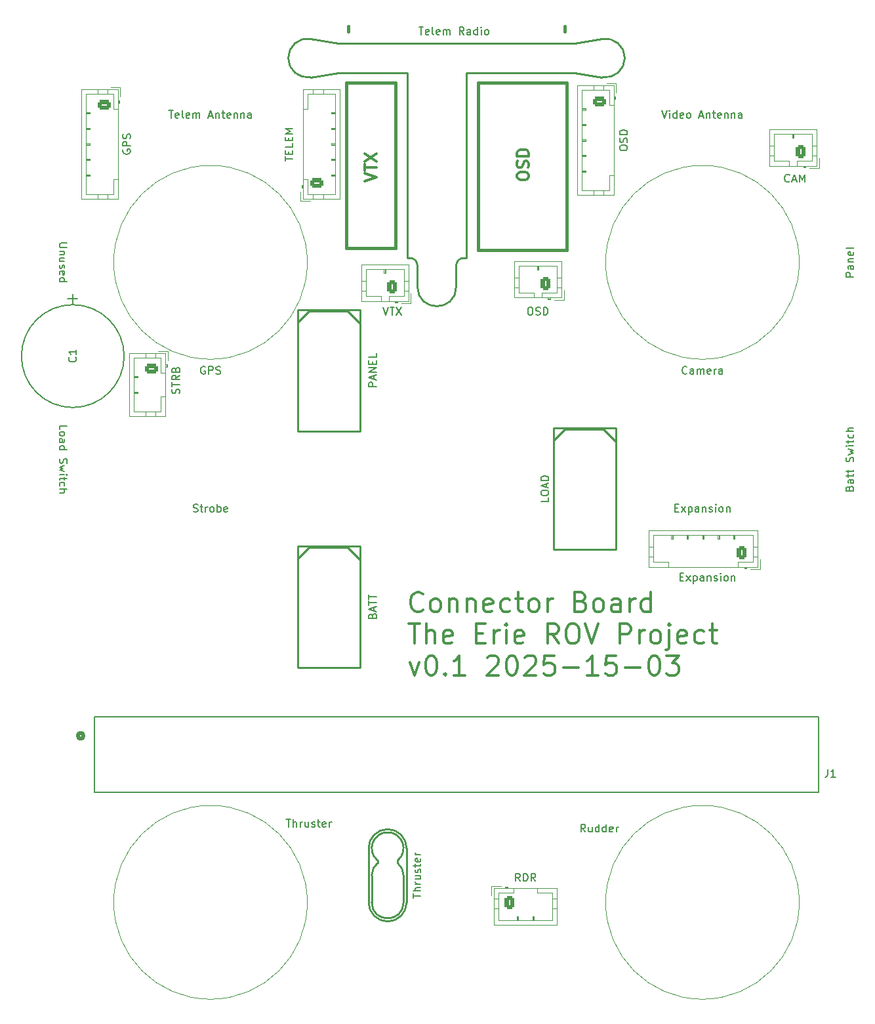
<source format=gbr>
%TF.GenerationSoftware,KiCad,Pcbnew,8.0.4*%
%TF.CreationDate,2025-03-15T02:49:37-04:00*%
%TF.ProjectId,erie_rov_connector_board,65726965-5f72-46f7-965f-636f6e6e6563,rev?*%
%TF.SameCoordinates,Original*%
%TF.FileFunction,Legend,Top*%
%TF.FilePolarity,Positive*%
%FSLAX46Y46*%
G04 Gerber Fmt 4.6, Leading zero omitted, Abs format (unit mm)*
G04 Created by KiCad (PCBNEW 8.0.4) date 2025-03-15 02:49:37*
%MOMM*%
%LPD*%
G01*
G04 APERTURE LIST*
G04 Aperture macros list*
%AMRoundRect*
0 Rectangle with rounded corners*
0 $1 Rounding radius*
0 $2 $3 $4 $5 $6 $7 $8 $9 X,Y pos of 4 corners*
0 Add a 4 corners polygon primitive as box body*
4,1,4,$2,$3,$4,$5,$6,$7,$8,$9,$2,$3,0*
0 Add four circle primitives for the rounded corners*
1,1,$1+$1,$2,$3*
1,1,$1+$1,$4,$5*
1,1,$1+$1,$6,$7*
1,1,$1+$1,$8,$9*
0 Add four rect primitives between the rounded corners*
20,1,$1+$1,$2,$3,$4,$5,0*
20,1,$1+$1,$4,$5,$6,$7,0*
20,1,$1+$1,$6,$7,$8,$9,0*
20,1,$1+$1,$8,$9,$2,$3,0*%
G04 Aperture macros list end*
%ADD10C,0.304800*%
%ADD11C,0.250000*%
%ADD12C,0.400000*%
%ADD13C,0.300000*%
%ADD14C,0.200000*%
%ADD15C,0.150000*%
%ADD16C,0.120000*%
%ADD17C,0.100000*%
%ADD18C,0.152400*%
%ADD19C,0.508000*%
%ADD20RoundRect,0.264583X-0.610417X0.370417X-0.610417X-0.370417X0.610417X-0.370417X0.610417X0.370417X0*%
%ADD21O,1.750000X1.270000*%
%ADD22RoundRect,0.264583X0.370417X0.610417X-0.370417X0.610417X-0.370417X-0.610417X0.370417X-0.610417X0*%
%ADD23O,1.270000X1.750000*%
%ADD24C,5.800000*%
%ADD25C,1.371600*%
%ADD26RoundRect,0.264583X-0.370417X-0.610417X0.370417X-0.610417X0.370417X0.610417X-0.370417X0.610417X0*%
%ADD27C,1.600200*%
%ADD28C,3.200000*%
%ADD29RoundRect,0.264583X0.610417X-0.370417X0.610417X0.370417X-0.610417X0.370417X-0.610417X-0.370417X0*%
G04 APERTURE END LIST*
D10*
X-4347284Y-13096881D02*
X-4468236Y-13217834D01*
X-4468236Y-13217834D02*
X-4831094Y-13338786D01*
X-4831094Y-13338786D02*
X-5072998Y-13338786D01*
X-5072998Y-13338786D02*
X-5435855Y-13217834D01*
X-5435855Y-13217834D02*
X-5677760Y-12975929D01*
X-5677760Y-12975929D02*
X-5798713Y-12734024D01*
X-5798713Y-12734024D02*
X-5919665Y-12250214D01*
X-5919665Y-12250214D02*
X-5919665Y-11887357D01*
X-5919665Y-11887357D02*
X-5798713Y-11403548D01*
X-5798713Y-11403548D02*
X-5677760Y-11161643D01*
X-5677760Y-11161643D02*
X-5435855Y-10919738D01*
X-5435855Y-10919738D02*
X-5072998Y-10798786D01*
X-5072998Y-10798786D02*
X-4831094Y-10798786D01*
X-4831094Y-10798786D02*
X-4468236Y-10919738D01*
X-4468236Y-10919738D02*
X-4347284Y-11040691D01*
X-2895855Y-13338786D02*
X-3137760Y-13217834D01*
X-3137760Y-13217834D02*
X-3258713Y-13096881D01*
X-3258713Y-13096881D02*
X-3379665Y-12854976D01*
X-3379665Y-12854976D02*
X-3379665Y-12129262D01*
X-3379665Y-12129262D02*
X-3258713Y-11887357D01*
X-3258713Y-11887357D02*
X-3137760Y-11766405D01*
X-3137760Y-11766405D02*
X-2895855Y-11645453D01*
X-2895855Y-11645453D02*
X-2532998Y-11645453D01*
X-2532998Y-11645453D02*
X-2291094Y-11766405D01*
X-2291094Y-11766405D02*
X-2170141Y-11887357D01*
X-2170141Y-11887357D02*
X-2049189Y-12129262D01*
X-2049189Y-12129262D02*
X-2049189Y-12854976D01*
X-2049189Y-12854976D02*
X-2170141Y-13096881D01*
X-2170141Y-13096881D02*
X-2291094Y-13217834D01*
X-2291094Y-13217834D02*
X-2532998Y-13338786D01*
X-2532998Y-13338786D02*
X-2895855Y-13338786D01*
X-960618Y-11645453D02*
X-960618Y-13338786D01*
X-960618Y-11887357D02*
X-839665Y-11766405D01*
X-839665Y-11766405D02*
X-597760Y-11645453D01*
X-597760Y-11645453D02*
X-234903Y-11645453D01*
X-234903Y-11645453D02*
X7001Y-11766405D01*
X7001Y-11766405D02*
X127954Y-12008310D01*
X127954Y-12008310D02*
X127954Y-13338786D01*
X1337477Y-11645453D02*
X1337477Y-13338786D01*
X1337477Y-11887357D02*
X1458430Y-11766405D01*
X1458430Y-11766405D02*
X1700335Y-11645453D01*
X1700335Y-11645453D02*
X2063192Y-11645453D01*
X2063192Y-11645453D02*
X2305096Y-11766405D01*
X2305096Y-11766405D02*
X2426049Y-12008310D01*
X2426049Y-12008310D02*
X2426049Y-13338786D01*
X4603191Y-13217834D02*
X4361287Y-13338786D01*
X4361287Y-13338786D02*
X3877477Y-13338786D01*
X3877477Y-13338786D02*
X3635572Y-13217834D01*
X3635572Y-13217834D02*
X3514620Y-12975929D01*
X3514620Y-12975929D02*
X3514620Y-12008310D01*
X3514620Y-12008310D02*
X3635572Y-11766405D01*
X3635572Y-11766405D02*
X3877477Y-11645453D01*
X3877477Y-11645453D02*
X4361287Y-11645453D01*
X4361287Y-11645453D02*
X4603191Y-11766405D01*
X4603191Y-11766405D02*
X4724144Y-12008310D01*
X4724144Y-12008310D02*
X4724144Y-12250214D01*
X4724144Y-12250214D02*
X3514620Y-12492119D01*
X6901287Y-13217834D02*
X6659382Y-13338786D01*
X6659382Y-13338786D02*
X6175573Y-13338786D01*
X6175573Y-13338786D02*
X5933668Y-13217834D01*
X5933668Y-13217834D02*
X5812715Y-13096881D01*
X5812715Y-13096881D02*
X5691763Y-12854976D01*
X5691763Y-12854976D02*
X5691763Y-12129262D01*
X5691763Y-12129262D02*
X5812715Y-11887357D01*
X5812715Y-11887357D02*
X5933668Y-11766405D01*
X5933668Y-11766405D02*
X6175573Y-11645453D01*
X6175573Y-11645453D02*
X6659382Y-11645453D01*
X6659382Y-11645453D02*
X6901287Y-11766405D01*
X7627001Y-11645453D02*
X8594620Y-11645453D01*
X7989858Y-10798786D02*
X7989858Y-12975929D01*
X7989858Y-12975929D02*
X8110811Y-13217834D01*
X8110811Y-13217834D02*
X8352716Y-13338786D01*
X8352716Y-13338786D02*
X8594620Y-13338786D01*
X9804145Y-13338786D02*
X9562240Y-13217834D01*
X9562240Y-13217834D02*
X9441287Y-13096881D01*
X9441287Y-13096881D02*
X9320335Y-12854976D01*
X9320335Y-12854976D02*
X9320335Y-12129262D01*
X9320335Y-12129262D02*
X9441287Y-11887357D01*
X9441287Y-11887357D02*
X9562240Y-11766405D01*
X9562240Y-11766405D02*
X9804145Y-11645453D01*
X9804145Y-11645453D02*
X10167002Y-11645453D01*
X10167002Y-11645453D02*
X10408906Y-11766405D01*
X10408906Y-11766405D02*
X10529859Y-11887357D01*
X10529859Y-11887357D02*
X10650811Y-12129262D01*
X10650811Y-12129262D02*
X10650811Y-12854976D01*
X10650811Y-12854976D02*
X10529859Y-13096881D01*
X10529859Y-13096881D02*
X10408906Y-13217834D01*
X10408906Y-13217834D02*
X10167002Y-13338786D01*
X10167002Y-13338786D02*
X9804145Y-13338786D01*
X11739382Y-13338786D02*
X11739382Y-11645453D01*
X11739382Y-12129262D02*
X11860335Y-11887357D01*
X11860335Y-11887357D02*
X11981287Y-11766405D01*
X11981287Y-11766405D02*
X12223192Y-11645453D01*
X12223192Y-11645453D02*
X12465097Y-11645453D01*
X16093668Y-12008310D02*
X16456525Y-12129262D01*
X16456525Y-12129262D02*
X16577478Y-12250214D01*
X16577478Y-12250214D02*
X16698430Y-12492119D01*
X16698430Y-12492119D02*
X16698430Y-12854976D01*
X16698430Y-12854976D02*
X16577478Y-13096881D01*
X16577478Y-13096881D02*
X16456525Y-13217834D01*
X16456525Y-13217834D02*
X16214620Y-13338786D01*
X16214620Y-13338786D02*
X15247001Y-13338786D01*
X15247001Y-13338786D02*
X15247001Y-10798786D01*
X15247001Y-10798786D02*
X16093668Y-10798786D01*
X16093668Y-10798786D02*
X16335573Y-10919738D01*
X16335573Y-10919738D02*
X16456525Y-11040691D01*
X16456525Y-11040691D02*
X16577478Y-11282595D01*
X16577478Y-11282595D02*
X16577478Y-11524500D01*
X16577478Y-11524500D02*
X16456525Y-11766405D01*
X16456525Y-11766405D02*
X16335573Y-11887357D01*
X16335573Y-11887357D02*
X16093668Y-12008310D01*
X16093668Y-12008310D02*
X15247001Y-12008310D01*
X18149859Y-13338786D02*
X17907954Y-13217834D01*
X17907954Y-13217834D02*
X17787001Y-13096881D01*
X17787001Y-13096881D02*
X17666049Y-12854976D01*
X17666049Y-12854976D02*
X17666049Y-12129262D01*
X17666049Y-12129262D02*
X17787001Y-11887357D01*
X17787001Y-11887357D02*
X17907954Y-11766405D01*
X17907954Y-11766405D02*
X18149859Y-11645453D01*
X18149859Y-11645453D02*
X18512716Y-11645453D01*
X18512716Y-11645453D02*
X18754620Y-11766405D01*
X18754620Y-11766405D02*
X18875573Y-11887357D01*
X18875573Y-11887357D02*
X18996525Y-12129262D01*
X18996525Y-12129262D02*
X18996525Y-12854976D01*
X18996525Y-12854976D02*
X18875573Y-13096881D01*
X18875573Y-13096881D02*
X18754620Y-13217834D01*
X18754620Y-13217834D02*
X18512716Y-13338786D01*
X18512716Y-13338786D02*
X18149859Y-13338786D01*
X21173668Y-13338786D02*
X21173668Y-12008310D01*
X21173668Y-12008310D02*
X21052715Y-11766405D01*
X21052715Y-11766405D02*
X20810811Y-11645453D01*
X20810811Y-11645453D02*
X20327001Y-11645453D01*
X20327001Y-11645453D02*
X20085096Y-11766405D01*
X21173668Y-13217834D02*
X20931763Y-13338786D01*
X20931763Y-13338786D02*
X20327001Y-13338786D01*
X20327001Y-13338786D02*
X20085096Y-13217834D01*
X20085096Y-13217834D02*
X19964144Y-12975929D01*
X19964144Y-12975929D02*
X19964144Y-12734024D01*
X19964144Y-12734024D02*
X20085096Y-12492119D01*
X20085096Y-12492119D02*
X20327001Y-12371167D01*
X20327001Y-12371167D02*
X20931763Y-12371167D01*
X20931763Y-12371167D02*
X21173668Y-12250214D01*
X22383191Y-13338786D02*
X22383191Y-11645453D01*
X22383191Y-12129262D02*
X22504144Y-11887357D01*
X22504144Y-11887357D02*
X22625096Y-11766405D01*
X22625096Y-11766405D02*
X22867001Y-11645453D01*
X22867001Y-11645453D02*
X23108906Y-11645453D01*
X25044144Y-13338786D02*
X25044144Y-10798786D01*
X25044144Y-13217834D02*
X24802239Y-13338786D01*
X24802239Y-13338786D02*
X24318430Y-13338786D01*
X24318430Y-13338786D02*
X24076525Y-13217834D01*
X24076525Y-13217834D02*
X23955572Y-13096881D01*
X23955572Y-13096881D02*
X23834620Y-12854976D01*
X23834620Y-12854976D02*
X23834620Y-12129262D01*
X23834620Y-12129262D02*
X23955572Y-11887357D01*
X23955572Y-11887357D02*
X24076525Y-11766405D01*
X24076525Y-11766405D02*
X24318430Y-11645453D01*
X24318430Y-11645453D02*
X24802239Y-11645453D01*
X24802239Y-11645453D02*
X25044144Y-11766405D01*
X-6161570Y-14888044D02*
X-4710141Y-14888044D01*
X-5435855Y-17428044D02*
X-5435855Y-14888044D01*
X-3863475Y-17428044D02*
X-3863475Y-14888044D01*
X-2774903Y-17428044D02*
X-2774903Y-16097568D01*
X-2774903Y-16097568D02*
X-2895856Y-15855663D01*
X-2895856Y-15855663D02*
X-3137760Y-15734711D01*
X-3137760Y-15734711D02*
X-3500617Y-15734711D01*
X-3500617Y-15734711D02*
X-3742522Y-15855663D01*
X-3742522Y-15855663D02*
X-3863475Y-15976615D01*
X-597761Y-17307092D02*
X-839665Y-17428044D01*
X-839665Y-17428044D02*
X-1323475Y-17428044D01*
X-1323475Y-17428044D02*
X-1565380Y-17307092D01*
X-1565380Y-17307092D02*
X-1686332Y-17065187D01*
X-1686332Y-17065187D02*
X-1686332Y-16097568D01*
X-1686332Y-16097568D02*
X-1565380Y-15855663D01*
X-1565380Y-15855663D02*
X-1323475Y-15734711D01*
X-1323475Y-15734711D02*
X-839665Y-15734711D01*
X-839665Y-15734711D02*
X-597761Y-15855663D01*
X-597761Y-15855663D02*
X-476808Y-16097568D01*
X-476808Y-16097568D02*
X-476808Y-16339472D01*
X-476808Y-16339472D02*
X-1686332Y-16581377D01*
X2547001Y-16097568D02*
X3393668Y-16097568D01*
X3756525Y-17428044D02*
X2547001Y-17428044D01*
X2547001Y-17428044D02*
X2547001Y-14888044D01*
X2547001Y-14888044D02*
X3756525Y-14888044D01*
X4845096Y-17428044D02*
X4845096Y-15734711D01*
X4845096Y-16218520D02*
X4966049Y-15976615D01*
X4966049Y-15976615D02*
X5087001Y-15855663D01*
X5087001Y-15855663D02*
X5328906Y-15734711D01*
X5328906Y-15734711D02*
X5570811Y-15734711D01*
X6417477Y-17428044D02*
X6417477Y-15734711D01*
X6417477Y-14888044D02*
X6296525Y-15008996D01*
X6296525Y-15008996D02*
X6417477Y-15129949D01*
X6417477Y-15129949D02*
X6538430Y-15008996D01*
X6538430Y-15008996D02*
X6417477Y-14888044D01*
X6417477Y-14888044D02*
X6417477Y-15129949D01*
X8594620Y-17307092D02*
X8352716Y-17428044D01*
X8352716Y-17428044D02*
X7868906Y-17428044D01*
X7868906Y-17428044D02*
X7627001Y-17307092D01*
X7627001Y-17307092D02*
X7506049Y-17065187D01*
X7506049Y-17065187D02*
X7506049Y-16097568D01*
X7506049Y-16097568D02*
X7627001Y-15855663D01*
X7627001Y-15855663D02*
X7868906Y-15734711D01*
X7868906Y-15734711D02*
X8352716Y-15734711D01*
X8352716Y-15734711D02*
X8594620Y-15855663D01*
X8594620Y-15855663D02*
X8715573Y-16097568D01*
X8715573Y-16097568D02*
X8715573Y-16339472D01*
X8715573Y-16339472D02*
X7506049Y-16581377D01*
X13190811Y-17428044D02*
X12344144Y-16218520D01*
X11739382Y-17428044D02*
X11739382Y-14888044D01*
X11739382Y-14888044D02*
X12707001Y-14888044D01*
X12707001Y-14888044D02*
X12948906Y-15008996D01*
X12948906Y-15008996D02*
X13069859Y-15129949D01*
X13069859Y-15129949D02*
X13190811Y-15371853D01*
X13190811Y-15371853D02*
X13190811Y-15734711D01*
X13190811Y-15734711D02*
X13069859Y-15976615D01*
X13069859Y-15976615D02*
X12948906Y-16097568D01*
X12948906Y-16097568D02*
X12707001Y-16218520D01*
X12707001Y-16218520D02*
X11739382Y-16218520D01*
X14763192Y-14888044D02*
X15247001Y-14888044D01*
X15247001Y-14888044D02*
X15488906Y-15008996D01*
X15488906Y-15008996D02*
X15730811Y-15250901D01*
X15730811Y-15250901D02*
X15851763Y-15734711D01*
X15851763Y-15734711D02*
X15851763Y-16581377D01*
X15851763Y-16581377D02*
X15730811Y-17065187D01*
X15730811Y-17065187D02*
X15488906Y-17307092D01*
X15488906Y-17307092D02*
X15247001Y-17428044D01*
X15247001Y-17428044D02*
X14763192Y-17428044D01*
X14763192Y-17428044D02*
X14521287Y-17307092D01*
X14521287Y-17307092D02*
X14279382Y-17065187D01*
X14279382Y-17065187D02*
X14158430Y-16581377D01*
X14158430Y-16581377D02*
X14158430Y-15734711D01*
X14158430Y-15734711D02*
X14279382Y-15250901D01*
X14279382Y-15250901D02*
X14521287Y-15008996D01*
X14521287Y-15008996D02*
X14763192Y-14888044D01*
X16577477Y-14888044D02*
X17424144Y-17428044D01*
X17424144Y-17428044D02*
X18270811Y-14888044D01*
X21052715Y-17428044D02*
X21052715Y-14888044D01*
X21052715Y-14888044D02*
X22020334Y-14888044D01*
X22020334Y-14888044D02*
X22262239Y-15008996D01*
X22262239Y-15008996D02*
X22383192Y-15129949D01*
X22383192Y-15129949D02*
X22504144Y-15371853D01*
X22504144Y-15371853D02*
X22504144Y-15734711D01*
X22504144Y-15734711D02*
X22383192Y-15976615D01*
X22383192Y-15976615D02*
X22262239Y-16097568D01*
X22262239Y-16097568D02*
X22020334Y-16218520D01*
X22020334Y-16218520D02*
X21052715Y-16218520D01*
X23592715Y-17428044D02*
X23592715Y-15734711D01*
X23592715Y-16218520D02*
X23713668Y-15976615D01*
X23713668Y-15976615D02*
X23834620Y-15855663D01*
X23834620Y-15855663D02*
X24076525Y-15734711D01*
X24076525Y-15734711D02*
X24318430Y-15734711D01*
X25527954Y-17428044D02*
X25286049Y-17307092D01*
X25286049Y-17307092D02*
X25165096Y-17186139D01*
X25165096Y-17186139D02*
X25044144Y-16944234D01*
X25044144Y-16944234D02*
X25044144Y-16218520D01*
X25044144Y-16218520D02*
X25165096Y-15976615D01*
X25165096Y-15976615D02*
X25286049Y-15855663D01*
X25286049Y-15855663D02*
X25527954Y-15734711D01*
X25527954Y-15734711D02*
X25890811Y-15734711D01*
X25890811Y-15734711D02*
X26132715Y-15855663D01*
X26132715Y-15855663D02*
X26253668Y-15976615D01*
X26253668Y-15976615D02*
X26374620Y-16218520D01*
X26374620Y-16218520D02*
X26374620Y-16944234D01*
X26374620Y-16944234D02*
X26253668Y-17186139D01*
X26253668Y-17186139D02*
X26132715Y-17307092D01*
X26132715Y-17307092D02*
X25890811Y-17428044D01*
X25890811Y-17428044D02*
X25527954Y-17428044D01*
X27463191Y-15734711D02*
X27463191Y-17911853D01*
X27463191Y-17911853D02*
X27342239Y-18153758D01*
X27342239Y-18153758D02*
X27100334Y-18274711D01*
X27100334Y-18274711D02*
X26979382Y-18274711D01*
X27463191Y-14888044D02*
X27342239Y-15008996D01*
X27342239Y-15008996D02*
X27463191Y-15129949D01*
X27463191Y-15129949D02*
X27584144Y-15008996D01*
X27584144Y-15008996D02*
X27463191Y-14888044D01*
X27463191Y-14888044D02*
X27463191Y-15129949D01*
X29640334Y-17307092D02*
X29398430Y-17428044D01*
X29398430Y-17428044D02*
X28914620Y-17428044D01*
X28914620Y-17428044D02*
X28672715Y-17307092D01*
X28672715Y-17307092D02*
X28551763Y-17065187D01*
X28551763Y-17065187D02*
X28551763Y-16097568D01*
X28551763Y-16097568D02*
X28672715Y-15855663D01*
X28672715Y-15855663D02*
X28914620Y-15734711D01*
X28914620Y-15734711D02*
X29398430Y-15734711D01*
X29398430Y-15734711D02*
X29640334Y-15855663D01*
X29640334Y-15855663D02*
X29761287Y-16097568D01*
X29761287Y-16097568D02*
X29761287Y-16339472D01*
X29761287Y-16339472D02*
X28551763Y-16581377D01*
X31938430Y-17307092D02*
X31696525Y-17428044D01*
X31696525Y-17428044D02*
X31212716Y-17428044D01*
X31212716Y-17428044D02*
X30970811Y-17307092D01*
X30970811Y-17307092D02*
X30849858Y-17186139D01*
X30849858Y-17186139D02*
X30728906Y-16944234D01*
X30728906Y-16944234D02*
X30728906Y-16218520D01*
X30728906Y-16218520D02*
X30849858Y-15976615D01*
X30849858Y-15976615D02*
X30970811Y-15855663D01*
X30970811Y-15855663D02*
X31212716Y-15734711D01*
X31212716Y-15734711D02*
X31696525Y-15734711D01*
X31696525Y-15734711D02*
X31938430Y-15855663D01*
X32664144Y-15734711D02*
X33631763Y-15734711D01*
X33027001Y-14888044D02*
X33027001Y-17065187D01*
X33027001Y-17065187D02*
X33147954Y-17307092D01*
X33147954Y-17307092D02*
X33389859Y-17428044D01*
X33389859Y-17428044D02*
X33631763Y-17428044D01*
X-6040617Y-19823969D02*
X-5435855Y-21517302D01*
X-5435855Y-21517302D02*
X-4831094Y-19823969D01*
X-3379665Y-18977302D02*
X-3137760Y-18977302D01*
X-3137760Y-18977302D02*
X-2895856Y-19098254D01*
X-2895856Y-19098254D02*
X-2774903Y-19219207D01*
X-2774903Y-19219207D02*
X-2653951Y-19461111D01*
X-2653951Y-19461111D02*
X-2532998Y-19944921D01*
X-2532998Y-19944921D02*
X-2532998Y-20549683D01*
X-2532998Y-20549683D02*
X-2653951Y-21033492D01*
X-2653951Y-21033492D02*
X-2774903Y-21275397D01*
X-2774903Y-21275397D02*
X-2895856Y-21396350D01*
X-2895856Y-21396350D02*
X-3137760Y-21517302D01*
X-3137760Y-21517302D02*
X-3379665Y-21517302D01*
X-3379665Y-21517302D02*
X-3621570Y-21396350D01*
X-3621570Y-21396350D02*
X-3742522Y-21275397D01*
X-3742522Y-21275397D02*
X-3863475Y-21033492D01*
X-3863475Y-21033492D02*
X-3984427Y-20549683D01*
X-3984427Y-20549683D02*
X-3984427Y-19944921D01*
X-3984427Y-19944921D02*
X-3863475Y-19461111D01*
X-3863475Y-19461111D02*
X-3742522Y-19219207D01*
X-3742522Y-19219207D02*
X-3621570Y-19098254D01*
X-3621570Y-19098254D02*
X-3379665Y-18977302D01*
X-1444427Y-21275397D02*
X-1323474Y-21396350D01*
X-1323474Y-21396350D02*
X-1444427Y-21517302D01*
X-1444427Y-21517302D02*
X-1565379Y-21396350D01*
X-1565379Y-21396350D02*
X-1444427Y-21275397D01*
X-1444427Y-21275397D02*
X-1444427Y-21517302D01*
X1095574Y-21517302D02*
X-355855Y-21517302D01*
X369859Y-21517302D02*
X369859Y-18977302D01*
X369859Y-18977302D02*
X127955Y-19340159D01*
X127955Y-19340159D02*
X-113950Y-19582064D01*
X-113950Y-19582064D02*
X-355855Y-19703016D01*
X3998431Y-19219207D02*
X4119383Y-19098254D01*
X4119383Y-19098254D02*
X4361288Y-18977302D01*
X4361288Y-18977302D02*
X4966050Y-18977302D01*
X4966050Y-18977302D02*
X5207955Y-19098254D01*
X5207955Y-19098254D02*
X5328907Y-19219207D01*
X5328907Y-19219207D02*
X5449860Y-19461111D01*
X5449860Y-19461111D02*
X5449860Y-19703016D01*
X5449860Y-19703016D02*
X5328907Y-20065873D01*
X5328907Y-20065873D02*
X3877479Y-21517302D01*
X3877479Y-21517302D02*
X5449860Y-21517302D01*
X7022241Y-18977302D02*
X7264146Y-18977302D01*
X7264146Y-18977302D02*
X7506050Y-19098254D01*
X7506050Y-19098254D02*
X7627003Y-19219207D01*
X7627003Y-19219207D02*
X7747955Y-19461111D01*
X7747955Y-19461111D02*
X7868908Y-19944921D01*
X7868908Y-19944921D02*
X7868908Y-20549683D01*
X7868908Y-20549683D02*
X7747955Y-21033492D01*
X7747955Y-21033492D02*
X7627003Y-21275397D01*
X7627003Y-21275397D02*
X7506050Y-21396350D01*
X7506050Y-21396350D02*
X7264146Y-21517302D01*
X7264146Y-21517302D02*
X7022241Y-21517302D01*
X7022241Y-21517302D02*
X6780336Y-21396350D01*
X6780336Y-21396350D02*
X6659384Y-21275397D01*
X6659384Y-21275397D02*
X6538431Y-21033492D01*
X6538431Y-21033492D02*
X6417479Y-20549683D01*
X6417479Y-20549683D02*
X6417479Y-19944921D01*
X6417479Y-19944921D02*
X6538431Y-19461111D01*
X6538431Y-19461111D02*
X6659384Y-19219207D01*
X6659384Y-19219207D02*
X6780336Y-19098254D01*
X6780336Y-19098254D02*
X7022241Y-18977302D01*
X8836527Y-19219207D02*
X8957479Y-19098254D01*
X8957479Y-19098254D02*
X9199384Y-18977302D01*
X9199384Y-18977302D02*
X9804146Y-18977302D01*
X9804146Y-18977302D02*
X10046051Y-19098254D01*
X10046051Y-19098254D02*
X10167003Y-19219207D01*
X10167003Y-19219207D02*
X10287956Y-19461111D01*
X10287956Y-19461111D02*
X10287956Y-19703016D01*
X10287956Y-19703016D02*
X10167003Y-20065873D01*
X10167003Y-20065873D02*
X8715575Y-21517302D01*
X8715575Y-21517302D02*
X10287956Y-21517302D01*
X12586051Y-18977302D02*
X11376527Y-18977302D01*
X11376527Y-18977302D02*
X11255575Y-20186826D01*
X11255575Y-20186826D02*
X11376527Y-20065873D01*
X11376527Y-20065873D02*
X11618432Y-19944921D01*
X11618432Y-19944921D02*
X12223194Y-19944921D01*
X12223194Y-19944921D02*
X12465099Y-20065873D01*
X12465099Y-20065873D02*
X12586051Y-20186826D01*
X12586051Y-20186826D02*
X12707004Y-20428730D01*
X12707004Y-20428730D02*
X12707004Y-21033492D01*
X12707004Y-21033492D02*
X12586051Y-21275397D01*
X12586051Y-21275397D02*
X12465099Y-21396350D01*
X12465099Y-21396350D02*
X12223194Y-21517302D01*
X12223194Y-21517302D02*
X11618432Y-21517302D01*
X11618432Y-21517302D02*
X11376527Y-21396350D01*
X11376527Y-21396350D02*
X11255575Y-21275397D01*
X13795575Y-20549683D02*
X15730814Y-20549683D01*
X18270814Y-21517302D02*
X16819385Y-21517302D01*
X17545099Y-21517302D02*
X17545099Y-18977302D01*
X17545099Y-18977302D02*
X17303195Y-19340159D01*
X17303195Y-19340159D02*
X17061290Y-19582064D01*
X17061290Y-19582064D02*
X16819385Y-19703016D01*
X20568909Y-18977302D02*
X19359385Y-18977302D01*
X19359385Y-18977302D02*
X19238433Y-20186826D01*
X19238433Y-20186826D02*
X19359385Y-20065873D01*
X19359385Y-20065873D02*
X19601290Y-19944921D01*
X19601290Y-19944921D02*
X20206052Y-19944921D01*
X20206052Y-19944921D02*
X20447957Y-20065873D01*
X20447957Y-20065873D02*
X20568909Y-20186826D01*
X20568909Y-20186826D02*
X20689862Y-20428730D01*
X20689862Y-20428730D02*
X20689862Y-21033492D01*
X20689862Y-21033492D02*
X20568909Y-21275397D01*
X20568909Y-21275397D02*
X20447957Y-21396350D01*
X20447957Y-21396350D02*
X20206052Y-21517302D01*
X20206052Y-21517302D02*
X19601290Y-21517302D01*
X19601290Y-21517302D02*
X19359385Y-21396350D01*
X19359385Y-21396350D02*
X19238433Y-21275397D01*
X21778433Y-20549683D02*
X23713672Y-20549683D01*
X25407005Y-18977302D02*
X25648910Y-18977302D01*
X25648910Y-18977302D02*
X25890814Y-19098254D01*
X25890814Y-19098254D02*
X26011767Y-19219207D01*
X26011767Y-19219207D02*
X26132719Y-19461111D01*
X26132719Y-19461111D02*
X26253672Y-19944921D01*
X26253672Y-19944921D02*
X26253672Y-20549683D01*
X26253672Y-20549683D02*
X26132719Y-21033492D01*
X26132719Y-21033492D02*
X26011767Y-21275397D01*
X26011767Y-21275397D02*
X25890814Y-21396350D01*
X25890814Y-21396350D02*
X25648910Y-21517302D01*
X25648910Y-21517302D02*
X25407005Y-21517302D01*
X25407005Y-21517302D02*
X25165100Y-21396350D01*
X25165100Y-21396350D02*
X25044148Y-21275397D01*
X25044148Y-21275397D02*
X24923195Y-21033492D01*
X24923195Y-21033492D02*
X24802243Y-20549683D01*
X24802243Y-20549683D02*
X24802243Y-19944921D01*
X24802243Y-19944921D02*
X24923195Y-19461111D01*
X24923195Y-19461111D02*
X25044148Y-19219207D01*
X25044148Y-19219207D02*
X25165100Y-19098254D01*
X25165100Y-19098254D02*
X25407005Y-18977302D01*
X27100339Y-18977302D02*
X28672720Y-18977302D01*
X28672720Y-18977302D02*
X27826053Y-19944921D01*
X27826053Y-19944921D02*
X28188910Y-19944921D01*
X28188910Y-19944921D02*
X28430815Y-20065873D01*
X28430815Y-20065873D02*
X28551767Y-20186826D01*
X28551767Y-20186826D02*
X28672720Y-20428730D01*
X28672720Y-20428730D02*
X28672720Y-21033492D01*
X28672720Y-21033492D02*
X28551767Y-21275397D01*
X28551767Y-21275397D02*
X28430815Y-21396350D01*
X28430815Y-21396350D02*
X28188910Y-21517302D01*
X28188910Y-21517302D02*
X27463196Y-21517302D01*
X27463196Y-21517302D02*
X27221291Y-21396350D01*
X27221291Y-21396350D02*
X27100339Y-21275397D01*
D11*
X18836159Y55632767D02*
X15240000Y56197500D01*
D12*
X2794000Y33337500D02*
X14224000Y33337500D01*
D11*
X1270000Y56197500D02*
X15240000Y56197500D01*
D12*
X14224000Y54927500D02*
X14224000Y33337500D01*
D11*
X-5040000Y28591500D02*
X-5040000Y31321501D01*
X-15240000Y56197500D02*
X-6350000Y56197500D01*
D12*
X-7874000Y54927500D02*
X-14224000Y54927500D01*
X-14224000Y54927500D02*
X-14224000Y33591500D01*
D11*
X-6039999Y32321500D02*
G75*
G02*
X-5040000Y31321501I-1J-1000000D01*
G01*
X-40000Y31321500D02*
G75*
G02*
X960000Y32321500I1000000J0D01*
G01*
X960000Y32321500D02*
X1270000Y32321500D01*
X15240000Y60007500D02*
X-15240000Y60007500D01*
D12*
X13970000Y62230000D02*
X13970000Y61531500D01*
D11*
X-18836159Y60572233D02*
X-15240000Y60007500D01*
X-6350000Y56197500D02*
X-6350000Y32321500D01*
D12*
X2794000Y54927500D02*
X2794000Y33337500D01*
D11*
X-15240000Y56197500D02*
X-18836159Y55632767D01*
X1270000Y32321500D02*
X1270000Y56197500D01*
X-40000Y31321500D02*
X-40000Y28591500D01*
D12*
X2794000Y54927500D02*
X14224000Y54927500D01*
D11*
X15240000Y60007500D02*
X18836159Y60572233D01*
X-40000Y28591500D02*
G75*
G02*
X-5040000Y28591500I-2500000J0D01*
G01*
D12*
X-7874000Y54927500D02*
X-7874000Y33591500D01*
X-13970000Y62230000D02*
X-13970000Y61531500D01*
D11*
X-6350000Y32321500D02*
X-6039999Y32321500D01*
D12*
X-7874000Y33591500D02*
X-14224000Y33591500D01*
D11*
X18836159Y60572233D02*
G75*
G02*
X18836159Y55632767I387841J-2469733D01*
G01*
X-18836159Y55632767D02*
G75*
G02*
X-18836159Y60572233I-387841J2469733D01*
G01*
D13*
X7825828Y42750226D02*
X7825828Y43035940D01*
X7825828Y43035940D02*
X7897257Y43178797D01*
X7897257Y43178797D02*
X8040114Y43321654D01*
X8040114Y43321654D02*
X8325828Y43393083D01*
X8325828Y43393083D02*
X8825828Y43393083D01*
X8825828Y43393083D02*
X9111542Y43321654D01*
X9111542Y43321654D02*
X9254400Y43178797D01*
X9254400Y43178797D02*
X9325828Y43035940D01*
X9325828Y43035940D02*
X9325828Y42750226D01*
X9325828Y42750226D02*
X9254400Y42607368D01*
X9254400Y42607368D02*
X9111542Y42464511D01*
X9111542Y42464511D02*
X8825828Y42393083D01*
X8825828Y42393083D02*
X8325828Y42393083D01*
X8325828Y42393083D02*
X8040114Y42464511D01*
X8040114Y42464511D02*
X7897257Y42607368D01*
X7897257Y42607368D02*
X7825828Y42750226D01*
X9254400Y43964512D02*
X9325828Y44178797D01*
X9325828Y44178797D02*
X9325828Y44535940D01*
X9325828Y44535940D02*
X9254400Y44678797D01*
X9254400Y44678797D02*
X9182971Y44750226D01*
X9182971Y44750226D02*
X9040114Y44821655D01*
X9040114Y44821655D02*
X8897257Y44821655D01*
X8897257Y44821655D02*
X8754400Y44750226D01*
X8754400Y44750226D02*
X8682971Y44678797D01*
X8682971Y44678797D02*
X8611542Y44535940D01*
X8611542Y44535940D02*
X8540114Y44250226D01*
X8540114Y44250226D02*
X8468685Y44107369D01*
X8468685Y44107369D02*
X8397257Y44035940D01*
X8397257Y44035940D02*
X8254400Y43964512D01*
X8254400Y43964512D02*
X8111542Y43964512D01*
X8111542Y43964512D02*
X7968685Y44035940D01*
X7968685Y44035940D02*
X7897257Y44107369D01*
X7897257Y44107369D02*
X7825828Y44250226D01*
X7825828Y44250226D02*
X7825828Y44607369D01*
X7825828Y44607369D02*
X7897257Y44821655D01*
X9325828Y45464511D02*
X7825828Y45464511D01*
X7825828Y45464511D02*
X7825828Y45821654D01*
X7825828Y45821654D02*
X7897257Y46035940D01*
X7897257Y46035940D02*
X8040114Y46178797D01*
X8040114Y46178797D02*
X8182971Y46250226D01*
X8182971Y46250226D02*
X8468685Y46321654D01*
X8468685Y46321654D02*
X8682971Y46321654D01*
X8682971Y46321654D02*
X8968685Y46250226D01*
X8968685Y46250226D02*
X9111542Y46178797D01*
X9111542Y46178797D02*
X9254400Y46035940D01*
X9254400Y46035940D02*
X9325828Y45821654D01*
X9325828Y45821654D02*
X9325828Y45464511D01*
D14*
X-4853184Y62092781D02*
X-4281756Y62092781D01*
X-4567470Y61092781D02*
X-4567470Y62092781D01*
X-3567470Y61140400D02*
X-3662708Y61092781D01*
X-3662708Y61092781D02*
X-3853184Y61092781D01*
X-3853184Y61092781D02*
X-3948422Y61140400D01*
X-3948422Y61140400D02*
X-3996041Y61235639D01*
X-3996041Y61235639D02*
X-3996041Y61616591D01*
X-3996041Y61616591D02*
X-3948422Y61711829D01*
X-3948422Y61711829D02*
X-3853184Y61759448D01*
X-3853184Y61759448D02*
X-3662708Y61759448D01*
X-3662708Y61759448D02*
X-3567470Y61711829D01*
X-3567470Y61711829D02*
X-3519851Y61616591D01*
X-3519851Y61616591D02*
X-3519851Y61521353D01*
X-3519851Y61521353D02*
X-3996041Y61426115D01*
X-2948422Y61092781D02*
X-3043660Y61140400D01*
X-3043660Y61140400D02*
X-3091279Y61235639D01*
X-3091279Y61235639D02*
X-3091279Y62092781D01*
X-2186517Y61140400D02*
X-2281755Y61092781D01*
X-2281755Y61092781D02*
X-2472231Y61092781D01*
X-2472231Y61092781D02*
X-2567469Y61140400D01*
X-2567469Y61140400D02*
X-2615088Y61235639D01*
X-2615088Y61235639D02*
X-2615088Y61616591D01*
X-2615088Y61616591D02*
X-2567469Y61711829D01*
X-2567469Y61711829D02*
X-2472231Y61759448D01*
X-2472231Y61759448D02*
X-2281755Y61759448D01*
X-2281755Y61759448D02*
X-2186517Y61711829D01*
X-2186517Y61711829D02*
X-2138898Y61616591D01*
X-2138898Y61616591D02*
X-2138898Y61521353D01*
X-2138898Y61521353D02*
X-2615088Y61426115D01*
X-1710326Y61092781D02*
X-1710326Y61759448D01*
X-1710326Y61664210D02*
X-1662707Y61711829D01*
X-1662707Y61711829D02*
X-1567469Y61759448D01*
X-1567469Y61759448D02*
X-1424612Y61759448D01*
X-1424612Y61759448D02*
X-1329374Y61711829D01*
X-1329374Y61711829D02*
X-1281755Y61616591D01*
X-1281755Y61616591D02*
X-1281755Y61092781D01*
X-1281755Y61616591D02*
X-1234136Y61711829D01*
X-1234136Y61711829D02*
X-1138898Y61759448D01*
X-1138898Y61759448D02*
X-996041Y61759448D01*
X-996041Y61759448D02*
X-900802Y61711829D01*
X-900802Y61711829D02*
X-853183Y61616591D01*
X-853183Y61616591D02*
X-853183Y61092781D01*
X956340Y61092781D02*
X623007Y61568972D01*
X384912Y61092781D02*
X384912Y62092781D01*
X384912Y62092781D02*
X765864Y62092781D01*
X765864Y62092781D02*
X861102Y62045162D01*
X861102Y62045162D02*
X908721Y61997543D01*
X908721Y61997543D02*
X956340Y61902305D01*
X956340Y61902305D02*
X956340Y61759448D01*
X956340Y61759448D02*
X908721Y61664210D01*
X908721Y61664210D02*
X861102Y61616591D01*
X861102Y61616591D02*
X765864Y61568972D01*
X765864Y61568972D02*
X384912Y61568972D01*
X1813483Y61092781D02*
X1813483Y61616591D01*
X1813483Y61616591D02*
X1765864Y61711829D01*
X1765864Y61711829D02*
X1670626Y61759448D01*
X1670626Y61759448D02*
X1480150Y61759448D01*
X1480150Y61759448D02*
X1384912Y61711829D01*
X1813483Y61140400D02*
X1718245Y61092781D01*
X1718245Y61092781D02*
X1480150Y61092781D01*
X1480150Y61092781D02*
X1384912Y61140400D01*
X1384912Y61140400D02*
X1337293Y61235639D01*
X1337293Y61235639D02*
X1337293Y61330877D01*
X1337293Y61330877D02*
X1384912Y61426115D01*
X1384912Y61426115D02*
X1480150Y61473734D01*
X1480150Y61473734D02*
X1718245Y61473734D01*
X1718245Y61473734D02*
X1813483Y61521353D01*
X2718245Y61092781D02*
X2718245Y62092781D01*
X2718245Y61140400D02*
X2623007Y61092781D01*
X2623007Y61092781D02*
X2432531Y61092781D01*
X2432531Y61092781D02*
X2337293Y61140400D01*
X2337293Y61140400D02*
X2289674Y61188020D01*
X2289674Y61188020D02*
X2242055Y61283258D01*
X2242055Y61283258D02*
X2242055Y61568972D01*
X2242055Y61568972D02*
X2289674Y61664210D01*
X2289674Y61664210D02*
X2337293Y61711829D01*
X2337293Y61711829D02*
X2432531Y61759448D01*
X2432531Y61759448D02*
X2623007Y61759448D01*
X2623007Y61759448D02*
X2718245Y61711829D01*
X3194436Y61092781D02*
X3194436Y61759448D01*
X3194436Y62092781D02*
X3146817Y62045162D01*
X3146817Y62045162D02*
X3194436Y61997543D01*
X3194436Y61997543D02*
X3242055Y62045162D01*
X3242055Y62045162D02*
X3194436Y62092781D01*
X3194436Y62092781D02*
X3194436Y61997543D01*
X3813483Y61092781D02*
X3718245Y61140400D01*
X3718245Y61140400D02*
X3670626Y61188020D01*
X3670626Y61188020D02*
X3623007Y61283258D01*
X3623007Y61283258D02*
X3623007Y61568972D01*
X3623007Y61568972D02*
X3670626Y61664210D01*
X3670626Y61664210D02*
X3718245Y61711829D01*
X3718245Y61711829D02*
X3813483Y61759448D01*
X3813483Y61759448D02*
X3956340Y61759448D01*
X3956340Y61759448D02*
X4051578Y61711829D01*
X4051578Y61711829D02*
X4099197Y61664210D01*
X4099197Y61664210D02*
X4146816Y61568972D01*
X4146816Y61568972D02*
X4146816Y61283258D01*
X4146816Y61283258D02*
X4099197Y61188020D01*
X4099197Y61188020D02*
X4051578Y61140400D01*
X4051578Y61140400D02*
X3956340Y61092781D01*
X3956340Y61092781D02*
X3813483Y61092781D01*
D13*
X-11859172Y42250226D02*
X-10359172Y42750226D01*
X-10359172Y42750226D02*
X-11859172Y43250226D01*
X-11859172Y43535940D02*
X-11859172Y44393082D01*
X-10359172Y43964511D02*
X-11859172Y43964511D01*
X-11859172Y44750225D02*
X-10359172Y45750225D01*
X-11859172Y45750225D02*
X-10359172Y44750225D01*
D15*
X21044819Y46428572D02*
X21044819Y46619048D01*
X21044819Y46619048D02*
X21092438Y46714286D01*
X21092438Y46714286D02*
X21187676Y46809524D01*
X21187676Y46809524D02*
X21378152Y46857143D01*
X21378152Y46857143D02*
X21711485Y46857143D01*
X21711485Y46857143D02*
X21901961Y46809524D01*
X21901961Y46809524D02*
X21997200Y46714286D01*
X21997200Y46714286D02*
X22044819Y46619048D01*
X22044819Y46619048D02*
X22044819Y46428572D01*
X22044819Y46428572D02*
X21997200Y46333334D01*
X21997200Y46333334D02*
X21901961Y46238096D01*
X21901961Y46238096D02*
X21711485Y46190477D01*
X21711485Y46190477D02*
X21378152Y46190477D01*
X21378152Y46190477D02*
X21187676Y46238096D01*
X21187676Y46238096D02*
X21092438Y46333334D01*
X21092438Y46333334D02*
X21044819Y46428572D01*
X21997200Y47238096D02*
X22044819Y47380953D01*
X22044819Y47380953D02*
X22044819Y47619048D01*
X22044819Y47619048D02*
X21997200Y47714286D01*
X21997200Y47714286D02*
X21949580Y47761905D01*
X21949580Y47761905D02*
X21854342Y47809524D01*
X21854342Y47809524D02*
X21759104Y47809524D01*
X21759104Y47809524D02*
X21663866Y47761905D01*
X21663866Y47761905D02*
X21616247Y47714286D01*
X21616247Y47714286D02*
X21568628Y47619048D01*
X21568628Y47619048D02*
X21521009Y47428572D01*
X21521009Y47428572D02*
X21473390Y47333334D01*
X21473390Y47333334D02*
X21425771Y47285715D01*
X21425771Y47285715D02*
X21330533Y47238096D01*
X21330533Y47238096D02*
X21235295Y47238096D01*
X21235295Y47238096D02*
X21140057Y47285715D01*
X21140057Y47285715D02*
X21092438Y47333334D01*
X21092438Y47333334D02*
X21044819Y47428572D01*
X21044819Y47428572D02*
X21044819Y47666667D01*
X21044819Y47666667D02*
X21092438Y47809524D01*
X22044819Y48238096D02*
X21044819Y48238096D01*
X21044819Y48238096D02*
X21044819Y48476191D01*
X21044819Y48476191D02*
X21092438Y48619048D01*
X21092438Y48619048D02*
X21187676Y48714286D01*
X21187676Y48714286D02*
X21282914Y48761905D01*
X21282914Y48761905D02*
X21473390Y48809524D01*
X21473390Y48809524D02*
X21616247Y48809524D01*
X21616247Y48809524D02*
X21806723Y48761905D01*
X21806723Y48761905D02*
X21901961Y48714286D01*
X21901961Y48714286D02*
X21997200Y48619048D01*
X21997200Y48619048D02*
X22044819Y48476191D01*
X22044819Y48476191D02*
X22044819Y48238096D01*
X28861190Y-8821009D02*
X29194523Y-8821009D01*
X29337380Y-9344819D02*
X28861190Y-9344819D01*
X28861190Y-9344819D02*
X28861190Y-8344819D01*
X28861190Y-8344819D02*
X29337380Y-8344819D01*
X29670714Y-9344819D02*
X30194523Y-8678152D01*
X29670714Y-8678152D02*
X30194523Y-9344819D01*
X30575476Y-8678152D02*
X30575476Y-9678152D01*
X30575476Y-8725771D02*
X30670714Y-8678152D01*
X30670714Y-8678152D02*
X30861190Y-8678152D01*
X30861190Y-8678152D02*
X30956428Y-8725771D01*
X30956428Y-8725771D02*
X31004047Y-8773390D01*
X31004047Y-8773390D02*
X31051666Y-8868628D01*
X31051666Y-8868628D02*
X31051666Y-9154342D01*
X31051666Y-9154342D02*
X31004047Y-9249580D01*
X31004047Y-9249580D02*
X30956428Y-9297200D01*
X30956428Y-9297200D02*
X30861190Y-9344819D01*
X30861190Y-9344819D02*
X30670714Y-9344819D01*
X30670714Y-9344819D02*
X30575476Y-9297200D01*
X31908809Y-9344819D02*
X31908809Y-8821009D01*
X31908809Y-8821009D02*
X31861190Y-8725771D01*
X31861190Y-8725771D02*
X31765952Y-8678152D01*
X31765952Y-8678152D02*
X31575476Y-8678152D01*
X31575476Y-8678152D02*
X31480238Y-8725771D01*
X31908809Y-9297200D02*
X31813571Y-9344819D01*
X31813571Y-9344819D02*
X31575476Y-9344819D01*
X31575476Y-9344819D02*
X31480238Y-9297200D01*
X31480238Y-9297200D02*
X31432619Y-9201961D01*
X31432619Y-9201961D02*
X31432619Y-9106723D01*
X31432619Y-9106723D02*
X31480238Y-9011485D01*
X31480238Y-9011485D02*
X31575476Y-8963866D01*
X31575476Y-8963866D02*
X31813571Y-8963866D01*
X31813571Y-8963866D02*
X31908809Y-8916247D01*
X32385000Y-8678152D02*
X32385000Y-9344819D01*
X32385000Y-8773390D02*
X32432619Y-8725771D01*
X32432619Y-8725771D02*
X32527857Y-8678152D01*
X32527857Y-8678152D02*
X32670714Y-8678152D01*
X32670714Y-8678152D02*
X32765952Y-8725771D01*
X32765952Y-8725771D02*
X32813571Y-8821009D01*
X32813571Y-8821009D02*
X32813571Y-9344819D01*
X33242143Y-9297200D02*
X33337381Y-9344819D01*
X33337381Y-9344819D02*
X33527857Y-9344819D01*
X33527857Y-9344819D02*
X33623095Y-9297200D01*
X33623095Y-9297200D02*
X33670714Y-9201961D01*
X33670714Y-9201961D02*
X33670714Y-9154342D01*
X33670714Y-9154342D02*
X33623095Y-9059104D01*
X33623095Y-9059104D02*
X33527857Y-9011485D01*
X33527857Y-9011485D02*
X33385000Y-9011485D01*
X33385000Y-9011485D02*
X33289762Y-8963866D01*
X33289762Y-8963866D02*
X33242143Y-8868628D01*
X33242143Y-8868628D02*
X33242143Y-8821009D01*
X33242143Y-8821009D02*
X33289762Y-8725771D01*
X33289762Y-8725771D02*
X33385000Y-8678152D01*
X33385000Y-8678152D02*
X33527857Y-8678152D01*
X33527857Y-8678152D02*
X33623095Y-8725771D01*
X34099286Y-9344819D02*
X34099286Y-8678152D01*
X34099286Y-8344819D02*
X34051667Y-8392438D01*
X34051667Y-8392438D02*
X34099286Y-8440057D01*
X34099286Y-8440057D02*
X34146905Y-8392438D01*
X34146905Y-8392438D02*
X34099286Y-8344819D01*
X34099286Y-8344819D02*
X34099286Y-8440057D01*
X34718333Y-9344819D02*
X34623095Y-9297200D01*
X34623095Y-9297200D02*
X34575476Y-9249580D01*
X34575476Y-9249580D02*
X34527857Y-9154342D01*
X34527857Y-9154342D02*
X34527857Y-8868628D01*
X34527857Y-8868628D02*
X34575476Y-8773390D01*
X34575476Y-8773390D02*
X34623095Y-8725771D01*
X34623095Y-8725771D02*
X34718333Y-8678152D01*
X34718333Y-8678152D02*
X34861190Y-8678152D01*
X34861190Y-8678152D02*
X34956428Y-8725771D01*
X34956428Y-8725771D02*
X35004047Y-8773390D01*
X35004047Y-8773390D02*
X35051666Y-8868628D01*
X35051666Y-8868628D02*
X35051666Y-9154342D01*
X35051666Y-9154342D02*
X35004047Y-9249580D01*
X35004047Y-9249580D02*
X34956428Y-9297200D01*
X34956428Y-9297200D02*
X34861190Y-9344819D01*
X34861190Y-9344819D02*
X34718333Y-9344819D01*
X35480238Y-8678152D02*
X35480238Y-9344819D01*
X35480238Y-8773390D02*
X35527857Y-8725771D01*
X35527857Y-8725771D02*
X35623095Y-8678152D01*
X35623095Y-8678152D02*
X35765952Y-8678152D01*
X35765952Y-8678152D02*
X35861190Y-8725771D01*
X35861190Y-8725771D02*
X35908809Y-8821009D01*
X35908809Y-8821009D02*
X35908809Y-9344819D01*
X28226190Y68991D02*
X28559523Y68991D01*
X28702380Y-454819D02*
X28226190Y-454819D01*
X28226190Y-454819D02*
X28226190Y545181D01*
X28226190Y545181D02*
X28702380Y545181D01*
X29035714Y-454819D02*
X29559523Y211848D01*
X29035714Y211848D02*
X29559523Y-454819D01*
X29940476Y211848D02*
X29940476Y-788152D01*
X29940476Y164229D02*
X30035714Y211848D01*
X30035714Y211848D02*
X30226190Y211848D01*
X30226190Y211848D02*
X30321428Y164229D01*
X30321428Y164229D02*
X30369047Y116610D01*
X30369047Y116610D02*
X30416666Y21372D01*
X30416666Y21372D02*
X30416666Y-264342D01*
X30416666Y-264342D02*
X30369047Y-359580D01*
X30369047Y-359580D02*
X30321428Y-407200D01*
X30321428Y-407200D02*
X30226190Y-454819D01*
X30226190Y-454819D02*
X30035714Y-454819D01*
X30035714Y-454819D02*
X29940476Y-407200D01*
X31273809Y-454819D02*
X31273809Y68991D01*
X31273809Y68991D02*
X31226190Y164229D01*
X31226190Y164229D02*
X31130952Y211848D01*
X31130952Y211848D02*
X30940476Y211848D01*
X30940476Y211848D02*
X30845238Y164229D01*
X31273809Y-407200D02*
X31178571Y-454819D01*
X31178571Y-454819D02*
X30940476Y-454819D01*
X30940476Y-454819D02*
X30845238Y-407200D01*
X30845238Y-407200D02*
X30797619Y-311961D01*
X30797619Y-311961D02*
X30797619Y-216723D01*
X30797619Y-216723D02*
X30845238Y-121485D01*
X30845238Y-121485D02*
X30940476Y-73866D01*
X30940476Y-73866D02*
X31178571Y-73866D01*
X31178571Y-73866D02*
X31273809Y-26247D01*
X31750000Y211848D02*
X31750000Y-454819D01*
X31750000Y116610D02*
X31797619Y164229D01*
X31797619Y164229D02*
X31892857Y211848D01*
X31892857Y211848D02*
X32035714Y211848D01*
X32035714Y211848D02*
X32130952Y164229D01*
X32130952Y164229D02*
X32178571Y68991D01*
X32178571Y68991D02*
X32178571Y-454819D01*
X32607143Y-407200D02*
X32702381Y-454819D01*
X32702381Y-454819D02*
X32892857Y-454819D01*
X32892857Y-454819D02*
X32988095Y-407200D01*
X32988095Y-407200D02*
X33035714Y-311961D01*
X33035714Y-311961D02*
X33035714Y-264342D01*
X33035714Y-264342D02*
X32988095Y-169104D01*
X32988095Y-169104D02*
X32892857Y-121485D01*
X32892857Y-121485D02*
X32750000Y-121485D01*
X32750000Y-121485D02*
X32654762Y-73866D01*
X32654762Y-73866D02*
X32607143Y21372D01*
X32607143Y21372D02*
X32607143Y68991D01*
X32607143Y68991D02*
X32654762Y164229D01*
X32654762Y164229D02*
X32750000Y211848D01*
X32750000Y211848D02*
X32892857Y211848D01*
X32892857Y211848D02*
X32988095Y164229D01*
X33464286Y-454819D02*
X33464286Y211848D01*
X33464286Y545181D02*
X33416667Y497562D01*
X33416667Y497562D02*
X33464286Y449943D01*
X33464286Y449943D02*
X33511905Y497562D01*
X33511905Y497562D02*
X33464286Y545181D01*
X33464286Y545181D02*
X33464286Y449943D01*
X34083333Y-454819D02*
X33988095Y-407200D01*
X33988095Y-407200D02*
X33940476Y-359580D01*
X33940476Y-359580D02*
X33892857Y-264342D01*
X33892857Y-264342D02*
X33892857Y21372D01*
X33892857Y21372D02*
X33940476Y116610D01*
X33940476Y116610D02*
X33988095Y164229D01*
X33988095Y164229D02*
X34083333Y211848D01*
X34083333Y211848D02*
X34226190Y211848D01*
X34226190Y211848D02*
X34321428Y164229D01*
X34321428Y164229D02*
X34369047Y116610D01*
X34369047Y116610D02*
X34416666Y21372D01*
X34416666Y21372D02*
X34416666Y-264342D01*
X34416666Y-264342D02*
X34369047Y-359580D01*
X34369047Y-359580D02*
X34321428Y-407200D01*
X34321428Y-407200D02*
X34226190Y-454819D01*
X34226190Y-454819D02*
X34083333Y-454819D01*
X34845238Y211848D02*
X34845238Y-454819D01*
X34845238Y116610D02*
X34892857Y164229D01*
X34892857Y164229D02*
X34988095Y211848D01*
X34988095Y211848D02*
X35130952Y211848D01*
X35130952Y211848D02*
X35226190Y164229D01*
X35226190Y164229D02*
X35273809Y68991D01*
X35273809Y68991D02*
X35273809Y-454819D01*
X-32464286Y18277562D02*
X-32559524Y18325181D01*
X-32559524Y18325181D02*
X-32702381Y18325181D01*
X-32702381Y18325181D02*
X-32845238Y18277562D01*
X-32845238Y18277562D02*
X-32940476Y18182324D01*
X-32940476Y18182324D02*
X-32988095Y18087086D01*
X-32988095Y18087086D02*
X-33035714Y17896610D01*
X-33035714Y17896610D02*
X-33035714Y17753753D01*
X-33035714Y17753753D02*
X-32988095Y17563277D01*
X-32988095Y17563277D02*
X-32940476Y17468039D01*
X-32940476Y17468039D02*
X-32845238Y17372800D01*
X-32845238Y17372800D02*
X-32702381Y17325181D01*
X-32702381Y17325181D02*
X-32607143Y17325181D01*
X-32607143Y17325181D02*
X-32464286Y17372800D01*
X-32464286Y17372800D02*
X-32416667Y17420420D01*
X-32416667Y17420420D02*
X-32416667Y17753753D01*
X-32416667Y17753753D02*
X-32607143Y17753753D01*
X-31988095Y17325181D02*
X-31988095Y18325181D01*
X-31988095Y18325181D02*
X-31607143Y18325181D01*
X-31607143Y18325181D02*
X-31511905Y18277562D01*
X-31511905Y18277562D02*
X-31464286Y18229943D01*
X-31464286Y18229943D02*
X-31416667Y18134705D01*
X-31416667Y18134705D02*
X-31416667Y17991848D01*
X-31416667Y17991848D02*
X-31464286Y17896610D01*
X-31464286Y17896610D02*
X-31511905Y17848991D01*
X-31511905Y17848991D02*
X-31607143Y17801372D01*
X-31607143Y17801372D02*
X-31988095Y17801372D01*
X-31035714Y17372800D02*
X-30892857Y17325181D01*
X-30892857Y17325181D02*
X-30654762Y17325181D01*
X-30654762Y17325181D02*
X-30559524Y17372800D01*
X-30559524Y17372800D02*
X-30511905Y17420420D01*
X-30511905Y17420420D02*
X-30464286Y17515658D01*
X-30464286Y17515658D02*
X-30464286Y17610896D01*
X-30464286Y17610896D02*
X-30511905Y17706134D01*
X-30511905Y17706134D02*
X-30559524Y17753753D01*
X-30559524Y17753753D02*
X-30654762Y17801372D01*
X-30654762Y17801372D02*
X-30845238Y17848991D01*
X-30845238Y17848991D02*
X-30940476Y17896610D01*
X-30940476Y17896610D02*
X-30988095Y17944229D01*
X-30988095Y17944229D02*
X-31035714Y18039467D01*
X-31035714Y18039467D02*
X-31035714Y18134705D01*
X-31035714Y18134705D02*
X-30988095Y18229943D01*
X-30988095Y18229943D02*
X-30940476Y18277562D01*
X-30940476Y18277562D02*
X-30845238Y18325181D01*
X-30845238Y18325181D02*
X-30607143Y18325181D01*
X-30607143Y18325181D02*
X-30464286Y18277562D01*
X9428571Y25945181D02*
X9619047Y25945181D01*
X9619047Y25945181D02*
X9714285Y25897562D01*
X9714285Y25897562D02*
X9809523Y25802324D01*
X9809523Y25802324D02*
X9857142Y25611848D01*
X9857142Y25611848D02*
X9857142Y25278515D01*
X9857142Y25278515D02*
X9809523Y25088039D01*
X9809523Y25088039D02*
X9714285Y24992800D01*
X9714285Y24992800D02*
X9619047Y24945181D01*
X9619047Y24945181D02*
X9428571Y24945181D01*
X9428571Y24945181D02*
X9333333Y24992800D01*
X9333333Y24992800D02*
X9238095Y25088039D01*
X9238095Y25088039D02*
X9190476Y25278515D01*
X9190476Y25278515D02*
X9190476Y25611848D01*
X9190476Y25611848D02*
X9238095Y25802324D01*
X9238095Y25802324D02*
X9333333Y25897562D01*
X9333333Y25897562D02*
X9428571Y25945181D01*
X10238095Y24992800D02*
X10380952Y24945181D01*
X10380952Y24945181D02*
X10619047Y24945181D01*
X10619047Y24945181D02*
X10714285Y24992800D01*
X10714285Y24992800D02*
X10761904Y25040420D01*
X10761904Y25040420D02*
X10809523Y25135658D01*
X10809523Y25135658D02*
X10809523Y25230896D01*
X10809523Y25230896D02*
X10761904Y25326134D01*
X10761904Y25326134D02*
X10714285Y25373753D01*
X10714285Y25373753D02*
X10619047Y25421372D01*
X10619047Y25421372D02*
X10428571Y25468991D01*
X10428571Y25468991D02*
X10333333Y25516610D01*
X10333333Y25516610D02*
X10285714Y25564229D01*
X10285714Y25564229D02*
X10238095Y25659467D01*
X10238095Y25659467D02*
X10238095Y25754705D01*
X10238095Y25754705D02*
X10285714Y25849943D01*
X10285714Y25849943D02*
X10333333Y25897562D01*
X10333333Y25897562D02*
X10428571Y25945181D01*
X10428571Y25945181D02*
X10666666Y25945181D01*
X10666666Y25945181D02*
X10809523Y25897562D01*
X11238095Y24945181D02*
X11238095Y25945181D01*
X11238095Y25945181D02*
X11476190Y25945181D01*
X11476190Y25945181D02*
X11619047Y25897562D01*
X11619047Y25897562D02*
X11714285Y25802324D01*
X11714285Y25802324D02*
X11761904Y25707086D01*
X11761904Y25707086D02*
X11809523Y25516610D01*
X11809523Y25516610D02*
X11809523Y25373753D01*
X11809523Y25373753D02*
X11761904Y25183277D01*
X11761904Y25183277D02*
X11714285Y25088039D01*
X11714285Y25088039D02*
X11619047Y24992800D01*
X11619047Y24992800D02*
X11476190Y24945181D01*
X11476190Y24945181D02*
X11238095Y24945181D01*
X-10340181Y15708572D02*
X-11340181Y15708572D01*
X-11340181Y15708572D02*
X-11340181Y16089524D01*
X-11340181Y16089524D02*
X-11292562Y16184762D01*
X-11292562Y16184762D02*
X-11244943Y16232381D01*
X-11244943Y16232381D02*
X-11149705Y16280000D01*
X-11149705Y16280000D02*
X-11006848Y16280000D01*
X-11006848Y16280000D02*
X-10911610Y16232381D01*
X-10911610Y16232381D02*
X-10863991Y16184762D01*
X-10863991Y16184762D02*
X-10816372Y16089524D01*
X-10816372Y16089524D02*
X-10816372Y15708572D01*
X-10625896Y16660953D02*
X-10625896Y17137143D01*
X-10340181Y16565715D02*
X-11340181Y16899048D01*
X-11340181Y16899048D02*
X-10340181Y17232381D01*
X-10340181Y17565715D02*
X-11340181Y17565715D01*
X-11340181Y17565715D02*
X-10340181Y18137143D01*
X-10340181Y18137143D02*
X-11340181Y18137143D01*
X-10863991Y18613334D02*
X-10863991Y18946667D01*
X-10340181Y19089524D02*
X-10340181Y18613334D01*
X-10340181Y18613334D02*
X-11340181Y18613334D01*
X-11340181Y18613334D02*
X-11340181Y19089524D01*
X-10340181Y19994286D02*
X-10340181Y19518096D01*
X-10340181Y19518096D02*
X-11340181Y19518096D01*
X26511904Y51345181D02*
X26845237Y50345181D01*
X26845237Y50345181D02*
X27178570Y51345181D01*
X27511904Y50345181D02*
X27511904Y51011848D01*
X27511904Y51345181D02*
X27464285Y51297562D01*
X27464285Y51297562D02*
X27511904Y51249943D01*
X27511904Y51249943D02*
X27559523Y51297562D01*
X27559523Y51297562D02*
X27511904Y51345181D01*
X27511904Y51345181D02*
X27511904Y51249943D01*
X28416665Y50345181D02*
X28416665Y51345181D01*
X28416665Y50392800D02*
X28321427Y50345181D01*
X28321427Y50345181D02*
X28130951Y50345181D01*
X28130951Y50345181D02*
X28035713Y50392800D01*
X28035713Y50392800D02*
X27988094Y50440420D01*
X27988094Y50440420D02*
X27940475Y50535658D01*
X27940475Y50535658D02*
X27940475Y50821372D01*
X27940475Y50821372D02*
X27988094Y50916610D01*
X27988094Y50916610D02*
X28035713Y50964229D01*
X28035713Y50964229D02*
X28130951Y51011848D01*
X28130951Y51011848D02*
X28321427Y51011848D01*
X28321427Y51011848D02*
X28416665Y50964229D01*
X29273808Y50392800D02*
X29178570Y50345181D01*
X29178570Y50345181D02*
X28988094Y50345181D01*
X28988094Y50345181D02*
X28892856Y50392800D01*
X28892856Y50392800D02*
X28845237Y50488039D01*
X28845237Y50488039D02*
X28845237Y50868991D01*
X28845237Y50868991D02*
X28892856Y50964229D01*
X28892856Y50964229D02*
X28988094Y51011848D01*
X28988094Y51011848D02*
X29178570Y51011848D01*
X29178570Y51011848D02*
X29273808Y50964229D01*
X29273808Y50964229D02*
X29321427Y50868991D01*
X29321427Y50868991D02*
X29321427Y50773753D01*
X29321427Y50773753D02*
X28845237Y50678515D01*
X29892856Y50345181D02*
X29797618Y50392800D01*
X29797618Y50392800D02*
X29749999Y50440420D01*
X29749999Y50440420D02*
X29702380Y50535658D01*
X29702380Y50535658D02*
X29702380Y50821372D01*
X29702380Y50821372D02*
X29749999Y50916610D01*
X29749999Y50916610D02*
X29797618Y50964229D01*
X29797618Y50964229D02*
X29892856Y51011848D01*
X29892856Y51011848D02*
X30035713Y51011848D01*
X30035713Y51011848D02*
X30130951Y50964229D01*
X30130951Y50964229D02*
X30178570Y50916610D01*
X30178570Y50916610D02*
X30226189Y50821372D01*
X30226189Y50821372D02*
X30226189Y50535658D01*
X30226189Y50535658D02*
X30178570Y50440420D01*
X30178570Y50440420D02*
X30130951Y50392800D01*
X30130951Y50392800D02*
X30035713Y50345181D01*
X30035713Y50345181D02*
X29892856Y50345181D01*
X31369047Y50630896D02*
X31845237Y50630896D01*
X31273809Y50345181D02*
X31607142Y51345181D01*
X31607142Y51345181D02*
X31940475Y50345181D01*
X32273809Y51011848D02*
X32273809Y50345181D01*
X32273809Y50916610D02*
X32321428Y50964229D01*
X32321428Y50964229D02*
X32416666Y51011848D01*
X32416666Y51011848D02*
X32559523Y51011848D01*
X32559523Y51011848D02*
X32654761Y50964229D01*
X32654761Y50964229D02*
X32702380Y50868991D01*
X32702380Y50868991D02*
X32702380Y50345181D01*
X33035714Y51011848D02*
X33416666Y51011848D01*
X33178571Y51345181D02*
X33178571Y50488039D01*
X33178571Y50488039D02*
X33226190Y50392800D01*
X33226190Y50392800D02*
X33321428Y50345181D01*
X33321428Y50345181D02*
X33416666Y50345181D01*
X34130952Y50392800D02*
X34035714Y50345181D01*
X34035714Y50345181D02*
X33845238Y50345181D01*
X33845238Y50345181D02*
X33750000Y50392800D01*
X33750000Y50392800D02*
X33702381Y50488039D01*
X33702381Y50488039D02*
X33702381Y50868991D01*
X33702381Y50868991D02*
X33750000Y50964229D01*
X33750000Y50964229D02*
X33845238Y51011848D01*
X33845238Y51011848D02*
X34035714Y51011848D01*
X34035714Y51011848D02*
X34130952Y50964229D01*
X34130952Y50964229D02*
X34178571Y50868991D01*
X34178571Y50868991D02*
X34178571Y50773753D01*
X34178571Y50773753D02*
X33702381Y50678515D01*
X34607143Y51011848D02*
X34607143Y50345181D01*
X34607143Y50916610D02*
X34654762Y50964229D01*
X34654762Y50964229D02*
X34750000Y51011848D01*
X34750000Y51011848D02*
X34892857Y51011848D01*
X34892857Y51011848D02*
X34988095Y50964229D01*
X34988095Y50964229D02*
X35035714Y50868991D01*
X35035714Y50868991D02*
X35035714Y50345181D01*
X35511905Y51011848D02*
X35511905Y50345181D01*
X35511905Y50916610D02*
X35559524Y50964229D01*
X35559524Y50964229D02*
X35654762Y51011848D01*
X35654762Y51011848D02*
X35797619Y51011848D01*
X35797619Y51011848D02*
X35892857Y50964229D01*
X35892857Y50964229D02*
X35940476Y50868991D01*
X35940476Y50868991D02*
X35940476Y50345181D01*
X36845238Y50345181D02*
X36845238Y50868991D01*
X36845238Y50868991D02*
X36797619Y50964229D01*
X36797619Y50964229D02*
X36702381Y51011848D01*
X36702381Y51011848D02*
X36511905Y51011848D01*
X36511905Y51011848D02*
X36416667Y50964229D01*
X36845238Y50392800D02*
X36750000Y50345181D01*
X36750000Y50345181D02*
X36511905Y50345181D01*
X36511905Y50345181D02*
X36416667Y50392800D01*
X36416667Y50392800D02*
X36369048Y50488039D01*
X36369048Y50488039D02*
X36369048Y50583277D01*
X36369048Y50583277D02*
X36416667Y50678515D01*
X36416667Y50678515D02*
X36511905Y50726134D01*
X36511905Y50726134D02*
X36750000Y50726134D01*
X36750000Y50726134D02*
X36845238Y50773753D01*
X29749999Y17420420D02*
X29702380Y17372800D01*
X29702380Y17372800D02*
X29559523Y17325181D01*
X29559523Y17325181D02*
X29464285Y17325181D01*
X29464285Y17325181D02*
X29321428Y17372800D01*
X29321428Y17372800D02*
X29226190Y17468039D01*
X29226190Y17468039D02*
X29178571Y17563277D01*
X29178571Y17563277D02*
X29130952Y17753753D01*
X29130952Y17753753D02*
X29130952Y17896610D01*
X29130952Y17896610D02*
X29178571Y18087086D01*
X29178571Y18087086D02*
X29226190Y18182324D01*
X29226190Y18182324D02*
X29321428Y18277562D01*
X29321428Y18277562D02*
X29464285Y18325181D01*
X29464285Y18325181D02*
X29559523Y18325181D01*
X29559523Y18325181D02*
X29702380Y18277562D01*
X29702380Y18277562D02*
X29749999Y18229943D01*
X30607142Y17325181D02*
X30607142Y17848991D01*
X30607142Y17848991D02*
X30559523Y17944229D01*
X30559523Y17944229D02*
X30464285Y17991848D01*
X30464285Y17991848D02*
X30273809Y17991848D01*
X30273809Y17991848D02*
X30178571Y17944229D01*
X30607142Y17372800D02*
X30511904Y17325181D01*
X30511904Y17325181D02*
X30273809Y17325181D01*
X30273809Y17325181D02*
X30178571Y17372800D01*
X30178571Y17372800D02*
X30130952Y17468039D01*
X30130952Y17468039D02*
X30130952Y17563277D01*
X30130952Y17563277D02*
X30178571Y17658515D01*
X30178571Y17658515D02*
X30273809Y17706134D01*
X30273809Y17706134D02*
X30511904Y17706134D01*
X30511904Y17706134D02*
X30607142Y17753753D01*
X31083333Y17325181D02*
X31083333Y17991848D01*
X31083333Y17896610D02*
X31130952Y17944229D01*
X31130952Y17944229D02*
X31226190Y17991848D01*
X31226190Y17991848D02*
X31369047Y17991848D01*
X31369047Y17991848D02*
X31464285Y17944229D01*
X31464285Y17944229D02*
X31511904Y17848991D01*
X31511904Y17848991D02*
X31511904Y17325181D01*
X31511904Y17848991D02*
X31559523Y17944229D01*
X31559523Y17944229D02*
X31654761Y17991848D01*
X31654761Y17991848D02*
X31797618Y17991848D01*
X31797618Y17991848D02*
X31892857Y17944229D01*
X31892857Y17944229D02*
X31940476Y17848991D01*
X31940476Y17848991D02*
X31940476Y17325181D01*
X32797618Y17372800D02*
X32702380Y17325181D01*
X32702380Y17325181D02*
X32511904Y17325181D01*
X32511904Y17325181D02*
X32416666Y17372800D01*
X32416666Y17372800D02*
X32369047Y17468039D01*
X32369047Y17468039D02*
X32369047Y17848991D01*
X32369047Y17848991D02*
X32416666Y17944229D01*
X32416666Y17944229D02*
X32511904Y17991848D01*
X32511904Y17991848D02*
X32702380Y17991848D01*
X32702380Y17991848D02*
X32797618Y17944229D01*
X32797618Y17944229D02*
X32845237Y17848991D01*
X32845237Y17848991D02*
X32845237Y17753753D01*
X32845237Y17753753D02*
X32369047Y17658515D01*
X33273809Y17325181D02*
X33273809Y17991848D01*
X33273809Y17801372D02*
X33321428Y17896610D01*
X33321428Y17896610D02*
X33369047Y17944229D01*
X33369047Y17944229D02*
X33464285Y17991848D01*
X33464285Y17991848D02*
X33559523Y17991848D01*
X34321428Y17325181D02*
X34321428Y17848991D01*
X34321428Y17848991D02*
X34273809Y17944229D01*
X34273809Y17944229D02*
X34178571Y17991848D01*
X34178571Y17991848D02*
X33988095Y17991848D01*
X33988095Y17991848D02*
X33892857Y17944229D01*
X34321428Y17372800D02*
X34226190Y17325181D01*
X34226190Y17325181D02*
X33988095Y17325181D01*
X33988095Y17325181D02*
X33892857Y17372800D01*
X33892857Y17372800D02*
X33845238Y17468039D01*
X33845238Y17468039D02*
X33845238Y17563277D01*
X33845238Y17563277D02*
X33892857Y17658515D01*
X33892857Y17658515D02*
X33988095Y17706134D01*
X33988095Y17706134D02*
X34226190Y17706134D01*
X34226190Y17706134D02*
X34321428Y17753753D01*
X-49170420Y19518334D02*
X-49122800Y19470715D01*
X-49122800Y19470715D02*
X-49075181Y19327858D01*
X-49075181Y19327858D02*
X-49075181Y19232620D01*
X-49075181Y19232620D02*
X-49122800Y19089763D01*
X-49122800Y19089763D02*
X-49218039Y18994525D01*
X-49218039Y18994525D02*
X-49313277Y18946906D01*
X-49313277Y18946906D02*
X-49503753Y18899287D01*
X-49503753Y18899287D02*
X-49646610Y18899287D01*
X-49646610Y18899287D02*
X-49837086Y18946906D01*
X-49837086Y18946906D02*
X-49932324Y18994525D01*
X-49932324Y18994525D02*
X-50027562Y19089763D01*
X-50027562Y19089763D02*
X-50075181Y19232620D01*
X-50075181Y19232620D02*
X-50075181Y19327858D01*
X-50075181Y19327858D02*
X-50027562Y19470715D01*
X-50027562Y19470715D02*
X-49979943Y19518334D01*
X-49075181Y20470715D02*
X-49075181Y19899287D01*
X-49075181Y20185001D02*
X-50075181Y20185001D01*
X-50075181Y20185001D02*
X-49932324Y20089763D01*
X-49932324Y20089763D02*
X-49837086Y19994525D01*
X-49837086Y19994525D02*
X-49789467Y19899287D01*
X-50254820Y34226191D02*
X-51064343Y34226191D01*
X-51064343Y34226191D02*
X-51159581Y34178572D01*
X-51159581Y34178572D02*
X-51207200Y34130953D01*
X-51207200Y34130953D02*
X-51254820Y34035715D01*
X-51254820Y34035715D02*
X-51254820Y33845239D01*
X-51254820Y33845239D02*
X-51207200Y33750001D01*
X-51207200Y33750001D02*
X-51159581Y33702382D01*
X-51159581Y33702382D02*
X-51064343Y33654763D01*
X-51064343Y33654763D02*
X-50254820Y33654763D01*
X-50588153Y33178572D02*
X-51254820Y33178572D01*
X-50683391Y33178572D02*
X-50635772Y33130953D01*
X-50635772Y33130953D02*
X-50588153Y33035715D01*
X-50588153Y33035715D02*
X-50588153Y32892858D01*
X-50588153Y32892858D02*
X-50635772Y32797620D01*
X-50635772Y32797620D02*
X-50731010Y32750001D01*
X-50731010Y32750001D02*
X-51254820Y32750001D01*
X-50588153Y31845239D02*
X-51254820Y31845239D01*
X-50588153Y32273810D02*
X-51111962Y32273810D01*
X-51111962Y32273810D02*
X-51207200Y32226191D01*
X-51207200Y32226191D02*
X-51254820Y32130953D01*
X-51254820Y32130953D02*
X-51254820Y31988096D01*
X-51254820Y31988096D02*
X-51207200Y31892858D01*
X-51207200Y31892858D02*
X-51159581Y31845239D01*
X-51207200Y31416667D02*
X-51254820Y31321429D01*
X-51254820Y31321429D02*
X-51254820Y31130953D01*
X-51254820Y31130953D02*
X-51207200Y31035715D01*
X-51207200Y31035715D02*
X-51111962Y30988096D01*
X-51111962Y30988096D02*
X-51064343Y30988096D01*
X-51064343Y30988096D02*
X-50969105Y31035715D01*
X-50969105Y31035715D02*
X-50921486Y31130953D01*
X-50921486Y31130953D02*
X-50921486Y31273810D01*
X-50921486Y31273810D02*
X-50873867Y31369048D01*
X-50873867Y31369048D02*
X-50778629Y31416667D01*
X-50778629Y31416667D02*
X-50731010Y31416667D01*
X-50731010Y31416667D02*
X-50635772Y31369048D01*
X-50635772Y31369048D02*
X-50588153Y31273810D01*
X-50588153Y31273810D02*
X-50588153Y31130953D01*
X-50588153Y31130953D02*
X-50635772Y31035715D01*
X-51207200Y30178572D02*
X-51254820Y30273810D01*
X-51254820Y30273810D02*
X-51254820Y30464286D01*
X-51254820Y30464286D02*
X-51207200Y30559524D01*
X-51207200Y30559524D02*
X-51111962Y30607143D01*
X-51111962Y30607143D02*
X-50731010Y30607143D01*
X-50731010Y30607143D02*
X-50635772Y30559524D01*
X-50635772Y30559524D02*
X-50588153Y30464286D01*
X-50588153Y30464286D02*
X-50588153Y30273810D01*
X-50588153Y30273810D02*
X-50635772Y30178572D01*
X-50635772Y30178572D02*
X-50731010Y30130953D01*
X-50731010Y30130953D02*
X-50826248Y30130953D01*
X-50826248Y30130953D02*
X-50921486Y30607143D01*
X-51254820Y29273810D02*
X-50254820Y29273810D01*
X-51207200Y29273810D02*
X-51254820Y29369048D01*
X-51254820Y29369048D02*
X-51254820Y29559524D01*
X-51254820Y29559524D02*
X-51207200Y29654762D01*
X-51207200Y29654762D02*
X-51159581Y29702381D01*
X-51159581Y29702381D02*
X-51064343Y29750000D01*
X-51064343Y29750000D02*
X-50778629Y29750000D01*
X-50778629Y29750000D02*
X-50683391Y29702381D01*
X-50683391Y29702381D02*
X-50635772Y29654762D01*
X-50635772Y29654762D02*
X-50588153Y29559524D01*
X-50588153Y29559524D02*
X-50588153Y29369048D01*
X-50588153Y29369048D02*
X-50635772Y29273810D01*
X42979523Y42185420D02*
X42931904Y42137800D01*
X42931904Y42137800D02*
X42789047Y42090181D01*
X42789047Y42090181D02*
X42693809Y42090181D01*
X42693809Y42090181D02*
X42550952Y42137800D01*
X42550952Y42137800D02*
X42455714Y42233039D01*
X42455714Y42233039D02*
X42408095Y42328277D01*
X42408095Y42328277D02*
X42360476Y42518753D01*
X42360476Y42518753D02*
X42360476Y42661610D01*
X42360476Y42661610D02*
X42408095Y42852086D01*
X42408095Y42852086D02*
X42455714Y42947324D01*
X42455714Y42947324D02*
X42550952Y43042562D01*
X42550952Y43042562D02*
X42693809Y43090181D01*
X42693809Y43090181D02*
X42789047Y43090181D01*
X42789047Y43090181D02*
X42931904Y43042562D01*
X42931904Y43042562D02*
X42979523Y42994943D01*
X43360476Y42375896D02*
X43836666Y42375896D01*
X43265238Y42090181D02*
X43598571Y43090181D01*
X43598571Y43090181D02*
X43931904Y42090181D01*
X44265238Y42090181D02*
X44265238Y43090181D01*
X44265238Y43090181D02*
X44598571Y42375896D01*
X44598571Y42375896D02*
X44931904Y43090181D01*
X44931904Y43090181D02*
X44931904Y42090181D01*
X8199523Y-48079819D02*
X7866190Y-47603628D01*
X7628095Y-48079819D02*
X7628095Y-47079819D01*
X7628095Y-47079819D02*
X8009047Y-47079819D01*
X8009047Y-47079819D02*
X8104285Y-47127438D01*
X8104285Y-47127438D02*
X8151904Y-47175057D01*
X8151904Y-47175057D02*
X8199523Y-47270295D01*
X8199523Y-47270295D02*
X8199523Y-47413152D01*
X8199523Y-47413152D02*
X8151904Y-47508390D01*
X8151904Y-47508390D02*
X8104285Y-47556009D01*
X8104285Y-47556009D02*
X8009047Y-47603628D01*
X8009047Y-47603628D02*
X7628095Y-47603628D01*
X8628095Y-48079819D02*
X8628095Y-47079819D01*
X8628095Y-47079819D02*
X8866190Y-47079819D01*
X8866190Y-47079819D02*
X9009047Y-47127438D01*
X9009047Y-47127438D02*
X9104285Y-47222676D01*
X9104285Y-47222676D02*
X9151904Y-47317914D01*
X9151904Y-47317914D02*
X9199523Y-47508390D01*
X9199523Y-47508390D02*
X9199523Y-47651247D01*
X9199523Y-47651247D02*
X9151904Y-47841723D01*
X9151904Y-47841723D02*
X9104285Y-47936961D01*
X9104285Y-47936961D02*
X9009047Y-48032200D01*
X9009047Y-48032200D02*
X8866190Y-48079819D01*
X8866190Y-48079819D02*
X8628095Y-48079819D01*
X10199523Y-48079819D02*
X9866190Y-47603628D01*
X9628095Y-48079819D02*
X9628095Y-47079819D01*
X9628095Y-47079819D02*
X10009047Y-47079819D01*
X10009047Y-47079819D02*
X10104285Y-47127438D01*
X10104285Y-47127438D02*
X10151904Y-47175057D01*
X10151904Y-47175057D02*
X10199523Y-47270295D01*
X10199523Y-47270295D02*
X10199523Y-47413152D01*
X10199523Y-47413152D02*
X10151904Y-47508390D01*
X10151904Y-47508390D02*
X10104285Y-47556009D01*
X10104285Y-47556009D02*
X10009047Y-47603628D01*
X10009047Y-47603628D02*
X9628095Y-47603628D01*
X-37154763Y51345181D02*
X-36583335Y51345181D01*
X-36869049Y50345181D02*
X-36869049Y51345181D01*
X-35869049Y50392800D02*
X-35964287Y50345181D01*
X-35964287Y50345181D02*
X-36154763Y50345181D01*
X-36154763Y50345181D02*
X-36250001Y50392800D01*
X-36250001Y50392800D02*
X-36297620Y50488039D01*
X-36297620Y50488039D02*
X-36297620Y50868991D01*
X-36297620Y50868991D02*
X-36250001Y50964229D01*
X-36250001Y50964229D02*
X-36154763Y51011848D01*
X-36154763Y51011848D02*
X-35964287Y51011848D01*
X-35964287Y51011848D02*
X-35869049Y50964229D01*
X-35869049Y50964229D02*
X-35821430Y50868991D01*
X-35821430Y50868991D02*
X-35821430Y50773753D01*
X-35821430Y50773753D02*
X-36297620Y50678515D01*
X-35250001Y50345181D02*
X-35345239Y50392800D01*
X-35345239Y50392800D02*
X-35392858Y50488039D01*
X-35392858Y50488039D02*
X-35392858Y51345181D01*
X-34488096Y50392800D02*
X-34583334Y50345181D01*
X-34583334Y50345181D02*
X-34773810Y50345181D01*
X-34773810Y50345181D02*
X-34869048Y50392800D01*
X-34869048Y50392800D02*
X-34916667Y50488039D01*
X-34916667Y50488039D02*
X-34916667Y50868991D01*
X-34916667Y50868991D02*
X-34869048Y50964229D01*
X-34869048Y50964229D02*
X-34773810Y51011848D01*
X-34773810Y51011848D02*
X-34583334Y51011848D01*
X-34583334Y51011848D02*
X-34488096Y50964229D01*
X-34488096Y50964229D02*
X-34440477Y50868991D01*
X-34440477Y50868991D02*
X-34440477Y50773753D01*
X-34440477Y50773753D02*
X-34916667Y50678515D01*
X-34011905Y50345181D02*
X-34011905Y51011848D01*
X-34011905Y50916610D02*
X-33964286Y50964229D01*
X-33964286Y50964229D02*
X-33869048Y51011848D01*
X-33869048Y51011848D02*
X-33726191Y51011848D01*
X-33726191Y51011848D02*
X-33630953Y50964229D01*
X-33630953Y50964229D02*
X-33583334Y50868991D01*
X-33583334Y50868991D02*
X-33583334Y50345181D01*
X-33583334Y50868991D02*
X-33535715Y50964229D01*
X-33535715Y50964229D02*
X-33440477Y51011848D01*
X-33440477Y51011848D02*
X-33297620Y51011848D01*
X-33297620Y51011848D02*
X-33202381Y50964229D01*
X-33202381Y50964229D02*
X-33154762Y50868991D01*
X-33154762Y50868991D02*
X-33154762Y50345181D01*
X-31964286Y50630896D02*
X-31488096Y50630896D01*
X-32059524Y50345181D02*
X-31726191Y51345181D01*
X-31726191Y51345181D02*
X-31392858Y50345181D01*
X-31059524Y51011848D02*
X-31059524Y50345181D01*
X-31059524Y50916610D02*
X-31011905Y50964229D01*
X-31011905Y50964229D02*
X-30916667Y51011848D01*
X-30916667Y51011848D02*
X-30773810Y51011848D01*
X-30773810Y51011848D02*
X-30678572Y50964229D01*
X-30678572Y50964229D02*
X-30630953Y50868991D01*
X-30630953Y50868991D02*
X-30630953Y50345181D01*
X-30297619Y51011848D02*
X-29916667Y51011848D01*
X-30154762Y51345181D02*
X-30154762Y50488039D01*
X-30154762Y50488039D02*
X-30107143Y50392800D01*
X-30107143Y50392800D02*
X-30011905Y50345181D01*
X-30011905Y50345181D02*
X-29916667Y50345181D01*
X-29202381Y50392800D02*
X-29297619Y50345181D01*
X-29297619Y50345181D02*
X-29488095Y50345181D01*
X-29488095Y50345181D02*
X-29583333Y50392800D01*
X-29583333Y50392800D02*
X-29630952Y50488039D01*
X-29630952Y50488039D02*
X-29630952Y50868991D01*
X-29630952Y50868991D02*
X-29583333Y50964229D01*
X-29583333Y50964229D02*
X-29488095Y51011848D01*
X-29488095Y51011848D02*
X-29297619Y51011848D01*
X-29297619Y51011848D02*
X-29202381Y50964229D01*
X-29202381Y50964229D02*
X-29154762Y50868991D01*
X-29154762Y50868991D02*
X-29154762Y50773753D01*
X-29154762Y50773753D02*
X-29630952Y50678515D01*
X-28726190Y51011848D02*
X-28726190Y50345181D01*
X-28726190Y50916610D02*
X-28678571Y50964229D01*
X-28678571Y50964229D02*
X-28583333Y51011848D01*
X-28583333Y51011848D02*
X-28440476Y51011848D01*
X-28440476Y51011848D02*
X-28345238Y50964229D01*
X-28345238Y50964229D02*
X-28297619Y50868991D01*
X-28297619Y50868991D02*
X-28297619Y50345181D01*
X-27821428Y51011848D02*
X-27821428Y50345181D01*
X-27821428Y50916610D02*
X-27773809Y50964229D01*
X-27773809Y50964229D02*
X-27678571Y51011848D01*
X-27678571Y51011848D02*
X-27535714Y51011848D01*
X-27535714Y51011848D02*
X-27440476Y50964229D01*
X-27440476Y50964229D02*
X-27392857Y50868991D01*
X-27392857Y50868991D02*
X-27392857Y50345181D01*
X-26488095Y50345181D02*
X-26488095Y50868991D01*
X-26488095Y50868991D02*
X-26535714Y50964229D01*
X-26535714Y50964229D02*
X-26630952Y51011848D01*
X-26630952Y51011848D02*
X-26821428Y51011848D01*
X-26821428Y51011848D02*
X-26916666Y50964229D01*
X-26488095Y50392800D02*
X-26583333Y50345181D01*
X-26583333Y50345181D02*
X-26821428Y50345181D01*
X-26821428Y50345181D02*
X-26916666Y50392800D01*
X-26916666Y50392800D02*
X-26964285Y50488039D01*
X-26964285Y50488039D02*
X-26964285Y50583277D01*
X-26964285Y50583277D02*
X-26916666Y50678515D01*
X-26916666Y50678515D02*
X-26821428Y50726134D01*
X-26821428Y50726134D02*
X-26583333Y50726134D01*
X-26583333Y50726134D02*
X-26488095Y50773753D01*
X51254819Y29892858D02*
X50254819Y29892858D01*
X50254819Y29892858D02*
X50254819Y30273810D01*
X50254819Y30273810D02*
X50302438Y30369048D01*
X50302438Y30369048D02*
X50350057Y30416667D01*
X50350057Y30416667D02*
X50445295Y30464286D01*
X50445295Y30464286D02*
X50588152Y30464286D01*
X50588152Y30464286D02*
X50683390Y30416667D01*
X50683390Y30416667D02*
X50731009Y30369048D01*
X50731009Y30369048D02*
X50778628Y30273810D01*
X50778628Y30273810D02*
X50778628Y29892858D01*
X51254819Y31321429D02*
X50731009Y31321429D01*
X50731009Y31321429D02*
X50635771Y31273810D01*
X50635771Y31273810D02*
X50588152Y31178572D01*
X50588152Y31178572D02*
X50588152Y30988096D01*
X50588152Y30988096D02*
X50635771Y30892858D01*
X51207200Y31321429D02*
X51254819Y31226191D01*
X51254819Y31226191D02*
X51254819Y30988096D01*
X51254819Y30988096D02*
X51207200Y30892858D01*
X51207200Y30892858D02*
X51111961Y30845239D01*
X51111961Y30845239D02*
X51016723Y30845239D01*
X51016723Y30845239D02*
X50921485Y30892858D01*
X50921485Y30892858D02*
X50873866Y30988096D01*
X50873866Y30988096D02*
X50873866Y31226191D01*
X50873866Y31226191D02*
X50826247Y31321429D01*
X50588152Y31797620D02*
X51254819Y31797620D01*
X50683390Y31797620D02*
X50635771Y31845239D01*
X50635771Y31845239D02*
X50588152Y31940477D01*
X50588152Y31940477D02*
X50588152Y32083334D01*
X50588152Y32083334D02*
X50635771Y32178572D01*
X50635771Y32178572D02*
X50731009Y32226191D01*
X50731009Y32226191D02*
X51254819Y32226191D01*
X51207200Y33083334D02*
X51254819Y32988096D01*
X51254819Y32988096D02*
X51254819Y32797620D01*
X51254819Y32797620D02*
X51207200Y32702382D01*
X51207200Y32702382D02*
X51111961Y32654763D01*
X51111961Y32654763D02*
X50731009Y32654763D01*
X50731009Y32654763D02*
X50635771Y32702382D01*
X50635771Y32702382D02*
X50588152Y32797620D01*
X50588152Y32797620D02*
X50588152Y32988096D01*
X50588152Y32988096D02*
X50635771Y33083334D01*
X50635771Y33083334D02*
X50731009Y33130953D01*
X50731009Y33130953D02*
X50826247Y33130953D01*
X50826247Y33130953D02*
X50921485Y32654763D01*
X51254819Y33702382D02*
X51207200Y33607144D01*
X51207200Y33607144D02*
X51111961Y33559525D01*
X51111961Y33559525D02*
X50254819Y33559525D01*
X47926666Y-33630519D02*
X47926666Y-34344804D01*
X47926666Y-34344804D02*
X47879047Y-34487661D01*
X47879047Y-34487661D02*
X47783809Y-34582900D01*
X47783809Y-34582900D02*
X47640952Y-34630519D01*
X47640952Y-34630519D02*
X47545714Y-34630519D01*
X48926666Y-34630519D02*
X48355238Y-34630519D01*
X48640952Y-34630519D02*
X48640952Y-33630519D01*
X48640952Y-33630519D02*
X48545714Y-33773376D01*
X48545714Y-33773376D02*
X48450476Y-33868614D01*
X48450476Y-33868614D02*
X48355238Y-33916233D01*
X11884819Y1397143D02*
X11884819Y920953D01*
X11884819Y920953D02*
X10884819Y920953D01*
X10884819Y1920953D02*
X10884819Y2111429D01*
X10884819Y2111429D02*
X10932438Y2206667D01*
X10932438Y2206667D02*
X11027676Y2301905D01*
X11027676Y2301905D02*
X11218152Y2349524D01*
X11218152Y2349524D02*
X11551485Y2349524D01*
X11551485Y2349524D02*
X11741961Y2301905D01*
X11741961Y2301905D02*
X11837200Y2206667D01*
X11837200Y2206667D02*
X11884819Y2111429D01*
X11884819Y2111429D02*
X11884819Y1920953D01*
X11884819Y1920953D02*
X11837200Y1825715D01*
X11837200Y1825715D02*
X11741961Y1730477D01*
X11741961Y1730477D02*
X11551485Y1682858D01*
X11551485Y1682858D02*
X11218152Y1682858D01*
X11218152Y1682858D02*
X11027676Y1730477D01*
X11027676Y1730477D02*
X10932438Y1825715D01*
X10932438Y1825715D02*
X10884819Y1920953D01*
X11599104Y2730477D02*
X11599104Y3206667D01*
X11884819Y2635239D02*
X10884819Y2968572D01*
X10884819Y2968572D02*
X11884819Y3301905D01*
X11884819Y3635239D02*
X10884819Y3635239D01*
X10884819Y3635239D02*
X10884819Y3873334D01*
X10884819Y3873334D02*
X10932438Y4016191D01*
X10932438Y4016191D02*
X11027676Y4111429D01*
X11027676Y4111429D02*
X11122914Y4159048D01*
X11122914Y4159048D02*
X11313390Y4206667D01*
X11313390Y4206667D02*
X11456247Y4206667D01*
X11456247Y4206667D02*
X11646723Y4159048D01*
X11646723Y4159048D02*
X11741961Y4111429D01*
X11741961Y4111429D02*
X11837200Y4016191D01*
X11837200Y4016191D02*
X11884819Y3873334D01*
X11884819Y3873334D02*
X11884819Y3635239D01*
X16629285Y-41729819D02*
X16295952Y-41253628D01*
X16057857Y-41729819D02*
X16057857Y-40729819D01*
X16057857Y-40729819D02*
X16438809Y-40729819D01*
X16438809Y-40729819D02*
X16534047Y-40777438D01*
X16534047Y-40777438D02*
X16581666Y-40825057D01*
X16581666Y-40825057D02*
X16629285Y-40920295D01*
X16629285Y-40920295D02*
X16629285Y-41063152D01*
X16629285Y-41063152D02*
X16581666Y-41158390D01*
X16581666Y-41158390D02*
X16534047Y-41206009D01*
X16534047Y-41206009D02*
X16438809Y-41253628D01*
X16438809Y-41253628D02*
X16057857Y-41253628D01*
X17486428Y-41063152D02*
X17486428Y-41729819D01*
X17057857Y-41063152D02*
X17057857Y-41586961D01*
X17057857Y-41586961D02*
X17105476Y-41682200D01*
X17105476Y-41682200D02*
X17200714Y-41729819D01*
X17200714Y-41729819D02*
X17343571Y-41729819D01*
X17343571Y-41729819D02*
X17438809Y-41682200D01*
X17438809Y-41682200D02*
X17486428Y-41634580D01*
X18391190Y-41729819D02*
X18391190Y-40729819D01*
X18391190Y-41682200D02*
X18295952Y-41729819D01*
X18295952Y-41729819D02*
X18105476Y-41729819D01*
X18105476Y-41729819D02*
X18010238Y-41682200D01*
X18010238Y-41682200D02*
X17962619Y-41634580D01*
X17962619Y-41634580D02*
X17915000Y-41539342D01*
X17915000Y-41539342D02*
X17915000Y-41253628D01*
X17915000Y-41253628D02*
X17962619Y-41158390D01*
X17962619Y-41158390D02*
X18010238Y-41110771D01*
X18010238Y-41110771D02*
X18105476Y-41063152D01*
X18105476Y-41063152D02*
X18295952Y-41063152D01*
X18295952Y-41063152D02*
X18391190Y-41110771D01*
X19295952Y-41729819D02*
X19295952Y-40729819D01*
X19295952Y-41682200D02*
X19200714Y-41729819D01*
X19200714Y-41729819D02*
X19010238Y-41729819D01*
X19010238Y-41729819D02*
X18915000Y-41682200D01*
X18915000Y-41682200D02*
X18867381Y-41634580D01*
X18867381Y-41634580D02*
X18819762Y-41539342D01*
X18819762Y-41539342D02*
X18819762Y-41253628D01*
X18819762Y-41253628D02*
X18867381Y-41158390D01*
X18867381Y-41158390D02*
X18915000Y-41110771D01*
X18915000Y-41110771D02*
X19010238Y-41063152D01*
X19010238Y-41063152D02*
X19200714Y-41063152D01*
X19200714Y-41063152D02*
X19295952Y-41110771D01*
X20153095Y-41682200D02*
X20057857Y-41729819D01*
X20057857Y-41729819D02*
X19867381Y-41729819D01*
X19867381Y-41729819D02*
X19772143Y-41682200D01*
X19772143Y-41682200D02*
X19724524Y-41586961D01*
X19724524Y-41586961D02*
X19724524Y-41206009D01*
X19724524Y-41206009D02*
X19772143Y-41110771D01*
X19772143Y-41110771D02*
X19867381Y-41063152D01*
X19867381Y-41063152D02*
X20057857Y-41063152D01*
X20057857Y-41063152D02*
X20153095Y-41110771D01*
X20153095Y-41110771D02*
X20200714Y-41206009D01*
X20200714Y-41206009D02*
X20200714Y-41301247D01*
X20200714Y-41301247D02*
X19724524Y-41396485D01*
X20629286Y-41729819D02*
X20629286Y-41063152D01*
X20629286Y-41253628D02*
X20676905Y-41158390D01*
X20676905Y-41158390D02*
X20724524Y-41110771D01*
X20724524Y-41110771D02*
X20819762Y-41063152D01*
X20819762Y-41063152D02*
X20915000Y-41063152D01*
X-5625181Y-50243571D02*
X-5625181Y-49672143D01*
X-4625181Y-49957857D02*
X-5625181Y-49957857D01*
X-4625181Y-49338809D02*
X-5625181Y-49338809D01*
X-4625181Y-48910238D02*
X-5148991Y-48910238D01*
X-5148991Y-48910238D02*
X-5244229Y-48957857D01*
X-5244229Y-48957857D02*
X-5291848Y-49053095D01*
X-5291848Y-49053095D02*
X-5291848Y-49195952D01*
X-5291848Y-49195952D02*
X-5244229Y-49291190D01*
X-5244229Y-49291190D02*
X-5196610Y-49338809D01*
X-4625181Y-48434047D02*
X-5291848Y-48434047D01*
X-5101372Y-48434047D02*
X-5196610Y-48386428D01*
X-5196610Y-48386428D02*
X-5244229Y-48338809D01*
X-5244229Y-48338809D02*
X-5291848Y-48243571D01*
X-5291848Y-48243571D02*
X-5291848Y-48148333D01*
X-5291848Y-47386428D02*
X-4625181Y-47386428D01*
X-5291848Y-47814999D02*
X-4768039Y-47814999D01*
X-4768039Y-47814999D02*
X-4672800Y-47767380D01*
X-4672800Y-47767380D02*
X-4625181Y-47672142D01*
X-4625181Y-47672142D02*
X-4625181Y-47529285D01*
X-4625181Y-47529285D02*
X-4672800Y-47434047D01*
X-4672800Y-47434047D02*
X-4720420Y-47386428D01*
X-4672800Y-46957856D02*
X-4625181Y-46862618D01*
X-4625181Y-46862618D02*
X-4625181Y-46672142D01*
X-4625181Y-46672142D02*
X-4672800Y-46576904D01*
X-4672800Y-46576904D02*
X-4768039Y-46529285D01*
X-4768039Y-46529285D02*
X-4815658Y-46529285D01*
X-4815658Y-46529285D02*
X-4910896Y-46576904D01*
X-4910896Y-46576904D02*
X-4958515Y-46672142D01*
X-4958515Y-46672142D02*
X-4958515Y-46814999D01*
X-4958515Y-46814999D02*
X-5006134Y-46910237D01*
X-5006134Y-46910237D02*
X-5101372Y-46957856D01*
X-5101372Y-46957856D02*
X-5148991Y-46957856D01*
X-5148991Y-46957856D02*
X-5244229Y-46910237D01*
X-5244229Y-46910237D02*
X-5291848Y-46814999D01*
X-5291848Y-46814999D02*
X-5291848Y-46672142D01*
X-5291848Y-46672142D02*
X-5244229Y-46576904D01*
X-5291848Y-46243570D02*
X-5291848Y-45862618D01*
X-5625181Y-46100713D02*
X-4768039Y-46100713D01*
X-4768039Y-46100713D02*
X-4672800Y-46053094D01*
X-4672800Y-46053094D02*
X-4625181Y-45957856D01*
X-4625181Y-45957856D02*
X-4625181Y-45862618D01*
X-4672800Y-45148332D02*
X-4625181Y-45243570D01*
X-4625181Y-45243570D02*
X-4625181Y-45434046D01*
X-4625181Y-45434046D02*
X-4672800Y-45529284D01*
X-4672800Y-45529284D02*
X-4768039Y-45576903D01*
X-4768039Y-45576903D02*
X-5148991Y-45576903D01*
X-5148991Y-45576903D02*
X-5244229Y-45529284D01*
X-5244229Y-45529284D02*
X-5291848Y-45434046D01*
X-5291848Y-45434046D02*
X-5291848Y-45243570D01*
X-5291848Y-45243570D02*
X-5244229Y-45148332D01*
X-5244229Y-45148332D02*
X-5148991Y-45100713D01*
X-5148991Y-45100713D02*
X-5053753Y-45100713D01*
X-5053753Y-45100713D02*
X-4958515Y-45576903D01*
X-4625181Y-44672141D02*
X-5291848Y-44672141D01*
X-5101372Y-44672141D02*
X-5196610Y-44624522D01*
X-5196610Y-44624522D02*
X-5244229Y-44576903D01*
X-5244229Y-44576903D02*
X-5291848Y-44481665D01*
X-5291848Y-44481665D02*
X-5291848Y-44386427D01*
X-43042562Y46285715D02*
X-43090181Y46190477D01*
X-43090181Y46190477D02*
X-43090181Y46047620D01*
X-43090181Y46047620D02*
X-43042562Y45904763D01*
X-43042562Y45904763D02*
X-42947324Y45809525D01*
X-42947324Y45809525D02*
X-42852086Y45761906D01*
X-42852086Y45761906D02*
X-42661610Y45714287D01*
X-42661610Y45714287D02*
X-42518753Y45714287D01*
X-42518753Y45714287D02*
X-42328277Y45761906D01*
X-42328277Y45761906D02*
X-42233039Y45809525D01*
X-42233039Y45809525D02*
X-42137800Y45904763D01*
X-42137800Y45904763D02*
X-42090181Y46047620D01*
X-42090181Y46047620D02*
X-42090181Y46142858D01*
X-42090181Y46142858D02*
X-42137800Y46285715D01*
X-42137800Y46285715D02*
X-42185420Y46333334D01*
X-42185420Y46333334D02*
X-42518753Y46333334D01*
X-42518753Y46333334D02*
X-42518753Y46142858D01*
X-42090181Y46761906D02*
X-43090181Y46761906D01*
X-43090181Y46761906D02*
X-43090181Y47142858D01*
X-43090181Y47142858D02*
X-43042562Y47238096D01*
X-43042562Y47238096D02*
X-42994943Y47285715D01*
X-42994943Y47285715D02*
X-42899705Y47333334D01*
X-42899705Y47333334D02*
X-42756848Y47333334D01*
X-42756848Y47333334D02*
X-42661610Y47285715D01*
X-42661610Y47285715D02*
X-42613991Y47238096D01*
X-42613991Y47238096D02*
X-42566372Y47142858D01*
X-42566372Y47142858D02*
X-42566372Y46761906D01*
X-42137800Y47714287D02*
X-42090181Y47857144D01*
X-42090181Y47857144D02*
X-42090181Y48095239D01*
X-42090181Y48095239D02*
X-42137800Y48190477D01*
X-42137800Y48190477D02*
X-42185420Y48238096D01*
X-42185420Y48238096D02*
X-42280658Y48285715D01*
X-42280658Y48285715D02*
X-42375896Y48285715D01*
X-42375896Y48285715D02*
X-42471134Y48238096D01*
X-42471134Y48238096D02*
X-42518753Y48190477D01*
X-42518753Y48190477D02*
X-42566372Y48095239D01*
X-42566372Y48095239D02*
X-42613991Y47904763D01*
X-42613991Y47904763D02*
X-42661610Y47809525D01*
X-42661610Y47809525D02*
X-42709229Y47761906D01*
X-42709229Y47761906D02*
X-42804467Y47714287D01*
X-42804467Y47714287D02*
X-42899705Y47714287D01*
X-42899705Y47714287D02*
X-42994943Y47761906D01*
X-42994943Y47761906D02*
X-43042562Y47809525D01*
X-43042562Y47809525D02*
X-43090181Y47904763D01*
X-43090181Y47904763D02*
X-43090181Y48142858D01*
X-43090181Y48142858D02*
X-43042562Y48285715D01*
X50731009Y2611905D02*
X50778628Y2754762D01*
X50778628Y2754762D02*
X50826247Y2802381D01*
X50826247Y2802381D02*
X50921485Y2850000D01*
X50921485Y2850000D02*
X51064342Y2850000D01*
X51064342Y2850000D02*
X51159580Y2802381D01*
X51159580Y2802381D02*
X51207200Y2754762D01*
X51207200Y2754762D02*
X51254819Y2659524D01*
X51254819Y2659524D02*
X51254819Y2278572D01*
X51254819Y2278572D02*
X50254819Y2278572D01*
X50254819Y2278572D02*
X50254819Y2611905D01*
X50254819Y2611905D02*
X50302438Y2707143D01*
X50302438Y2707143D02*
X50350057Y2754762D01*
X50350057Y2754762D02*
X50445295Y2802381D01*
X50445295Y2802381D02*
X50540533Y2802381D01*
X50540533Y2802381D02*
X50635771Y2754762D01*
X50635771Y2754762D02*
X50683390Y2707143D01*
X50683390Y2707143D02*
X50731009Y2611905D01*
X50731009Y2611905D02*
X50731009Y2278572D01*
X51254819Y3707143D02*
X50731009Y3707143D01*
X50731009Y3707143D02*
X50635771Y3659524D01*
X50635771Y3659524D02*
X50588152Y3564286D01*
X50588152Y3564286D02*
X50588152Y3373810D01*
X50588152Y3373810D02*
X50635771Y3278572D01*
X51207200Y3707143D02*
X51254819Y3611905D01*
X51254819Y3611905D02*
X51254819Y3373810D01*
X51254819Y3373810D02*
X51207200Y3278572D01*
X51207200Y3278572D02*
X51111961Y3230953D01*
X51111961Y3230953D02*
X51016723Y3230953D01*
X51016723Y3230953D02*
X50921485Y3278572D01*
X50921485Y3278572D02*
X50873866Y3373810D01*
X50873866Y3373810D02*
X50873866Y3611905D01*
X50873866Y3611905D02*
X50826247Y3707143D01*
X50588152Y4040477D02*
X50588152Y4421429D01*
X50254819Y4183334D02*
X51111961Y4183334D01*
X51111961Y4183334D02*
X51207200Y4230953D01*
X51207200Y4230953D02*
X51254819Y4326191D01*
X51254819Y4326191D02*
X51254819Y4421429D01*
X50588152Y4611906D02*
X50588152Y4992858D01*
X50254819Y4754763D02*
X51111961Y4754763D01*
X51111961Y4754763D02*
X51207200Y4802382D01*
X51207200Y4802382D02*
X51254819Y4897620D01*
X51254819Y4897620D02*
X51254819Y4992858D01*
X51207200Y6040478D02*
X51254819Y6183335D01*
X51254819Y6183335D02*
X51254819Y6421430D01*
X51254819Y6421430D02*
X51207200Y6516668D01*
X51207200Y6516668D02*
X51159580Y6564287D01*
X51159580Y6564287D02*
X51064342Y6611906D01*
X51064342Y6611906D02*
X50969104Y6611906D01*
X50969104Y6611906D02*
X50873866Y6564287D01*
X50873866Y6564287D02*
X50826247Y6516668D01*
X50826247Y6516668D02*
X50778628Y6421430D01*
X50778628Y6421430D02*
X50731009Y6230954D01*
X50731009Y6230954D02*
X50683390Y6135716D01*
X50683390Y6135716D02*
X50635771Y6088097D01*
X50635771Y6088097D02*
X50540533Y6040478D01*
X50540533Y6040478D02*
X50445295Y6040478D01*
X50445295Y6040478D02*
X50350057Y6088097D01*
X50350057Y6088097D02*
X50302438Y6135716D01*
X50302438Y6135716D02*
X50254819Y6230954D01*
X50254819Y6230954D02*
X50254819Y6469049D01*
X50254819Y6469049D02*
X50302438Y6611906D01*
X50588152Y6945240D02*
X51254819Y7135716D01*
X51254819Y7135716D02*
X50778628Y7326192D01*
X50778628Y7326192D02*
X51254819Y7516668D01*
X51254819Y7516668D02*
X50588152Y7707144D01*
X51254819Y8088097D02*
X50588152Y8088097D01*
X50254819Y8088097D02*
X50302438Y8040478D01*
X50302438Y8040478D02*
X50350057Y8088097D01*
X50350057Y8088097D02*
X50302438Y8135716D01*
X50302438Y8135716D02*
X50254819Y8088097D01*
X50254819Y8088097D02*
X50350057Y8088097D01*
X50588152Y8421430D02*
X50588152Y8802382D01*
X50254819Y8564287D02*
X51111961Y8564287D01*
X51111961Y8564287D02*
X51207200Y8611906D01*
X51207200Y8611906D02*
X51254819Y8707144D01*
X51254819Y8707144D02*
X51254819Y8802382D01*
X51207200Y9564287D02*
X51254819Y9469049D01*
X51254819Y9469049D02*
X51254819Y9278573D01*
X51254819Y9278573D02*
X51207200Y9183335D01*
X51207200Y9183335D02*
X51159580Y9135716D01*
X51159580Y9135716D02*
X51064342Y9088097D01*
X51064342Y9088097D02*
X50778628Y9088097D01*
X50778628Y9088097D02*
X50683390Y9135716D01*
X50683390Y9135716D02*
X50635771Y9183335D01*
X50635771Y9183335D02*
X50588152Y9278573D01*
X50588152Y9278573D02*
X50588152Y9469049D01*
X50588152Y9469049D02*
X50635771Y9564287D01*
X51254819Y9992859D02*
X50254819Y9992859D01*
X51254819Y10421430D02*
X50731009Y10421430D01*
X50731009Y10421430D02*
X50635771Y10373811D01*
X50635771Y10373811D02*
X50588152Y10278573D01*
X50588152Y10278573D02*
X50588152Y10135716D01*
X50588152Y10135716D02*
X50635771Y10040478D01*
X50635771Y10040478D02*
X50683390Y9992859D01*
X-51254820Y10183334D02*
X-51254820Y10659524D01*
X-51254820Y10659524D02*
X-50254820Y10659524D01*
X-51254820Y9707143D02*
X-51207200Y9802381D01*
X-51207200Y9802381D02*
X-51159581Y9850000D01*
X-51159581Y9850000D02*
X-51064343Y9897619D01*
X-51064343Y9897619D02*
X-50778629Y9897619D01*
X-50778629Y9897619D02*
X-50683391Y9850000D01*
X-50683391Y9850000D02*
X-50635772Y9802381D01*
X-50635772Y9802381D02*
X-50588153Y9707143D01*
X-50588153Y9707143D02*
X-50588153Y9564286D01*
X-50588153Y9564286D02*
X-50635772Y9469048D01*
X-50635772Y9469048D02*
X-50683391Y9421429D01*
X-50683391Y9421429D02*
X-50778629Y9373810D01*
X-50778629Y9373810D02*
X-51064343Y9373810D01*
X-51064343Y9373810D02*
X-51159581Y9421429D01*
X-51159581Y9421429D02*
X-51207200Y9469048D01*
X-51207200Y9469048D02*
X-51254820Y9564286D01*
X-51254820Y9564286D02*
X-51254820Y9707143D01*
X-51254820Y8516667D02*
X-50731010Y8516667D01*
X-50731010Y8516667D02*
X-50635772Y8564286D01*
X-50635772Y8564286D02*
X-50588153Y8659524D01*
X-50588153Y8659524D02*
X-50588153Y8850000D01*
X-50588153Y8850000D02*
X-50635772Y8945238D01*
X-51207200Y8516667D02*
X-51254820Y8611905D01*
X-51254820Y8611905D02*
X-51254820Y8850000D01*
X-51254820Y8850000D02*
X-51207200Y8945238D01*
X-51207200Y8945238D02*
X-51111962Y8992857D01*
X-51111962Y8992857D02*
X-51016724Y8992857D01*
X-51016724Y8992857D02*
X-50921486Y8945238D01*
X-50921486Y8945238D02*
X-50873867Y8850000D01*
X-50873867Y8850000D02*
X-50873867Y8611905D01*
X-50873867Y8611905D02*
X-50826248Y8516667D01*
X-51254820Y7611905D02*
X-50254820Y7611905D01*
X-51207200Y7611905D02*
X-51254820Y7707143D01*
X-51254820Y7707143D02*
X-51254820Y7897619D01*
X-51254820Y7897619D02*
X-51207200Y7992857D01*
X-51207200Y7992857D02*
X-51159581Y8040476D01*
X-51159581Y8040476D02*
X-51064343Y8088095D01*
X-51064343Y8088095D02*
X-50778629Y8088095D01*
X-50778629Y8088095D02*
X-50683391Y8040476D01*
X-50683391Y8040476D02*
X-50635772Y7992857D01*
X-50635772Y7992857D02*
X-50588153Y7897619D01*
X-50588153Y7897619D02*
X-50588153Y7707143D01*
X-50588153Y7707143D02*
X-50635772Y7611905D01*
X-51207200Y6421428D02*
X-51254820Y6278571D01*
X-51254820Y6278571D02*
X-51254820Y6040476D01*
X-51254820Y6040476D02*
X-51207200Y5945238D01*
X-51207200Y5945238D02*
X-51159581Y5897619D01*
X-51159581Y5897619D02*
X-51064343Y5850000D01*
X-51064343Y5850000D02*
X-50969105Y5850000D01*
X-50969105Y5850000D02*
X-50873867Y5897619D01*
X-50873867Y5897619D02*
X-50826248Y5945238D01*
X-50826248Y5945238D02*
X-50778629Y6040476D01*
X-50778629Y6040476D02*
X-50731010Y6230952D01*
X-50731010Y6230952D02*
X-50683391Y6326190D01*
X-50683391Y6326190D02*
X-50635772Y6373809D01*
X-50635772Y6373809D02*
X-50540534Y6421428D01*
X-50540534Y6421428D02*
X-50445296Y6421428D01*
X-50445296Y6421428D02*
X-50350058Y6373809D01*
X-50350058Y6373809D02*
X-50302439Y6326190D01*
X-50302439Y6326190D02*
X-50254820Y6230952D01*
X-50254820Y6230952D02*
X-50254820Y5992857D01*
X-50254820Y5992857D02*
X-50302439Y5850000D01*
X-50588153Y5516666D02*
X-51254820Y5326190D01*
X-51254820Y5326190D02*
X-50778629Y5135714D01*
X-50778629Y5135714D02*
X-51254820Y4945238D01*
X-51254820Y4945238D02*
X-50588153Y4754762D01*
X-51254820Y4373809D02*
X-50588153Y4373809D01*
X-50254820Y4373809D02*
X-50302439Y4421428D01*
X-50302439Y4421428D02*
X-50350058Y4373809D01*
X-50350058Y4373809D02*
X-50302439Y4326190D01*
X-50302439Y4326190D02*
X-50254820Y4373809D01*
X-50254820Y4373809D02*
X-50350058Y4373809D01*
X-50588153Y4040476D02*
X-50588153Y3659524D01*
X-50254820Y3897619D02*
X-51111962Y3897619D01*
X-51111962Y3897619D02*
X-51207200Y3850000D01*
X-51207200Y3850000D02*
X-51254820Y3754762D01*
X-51254820Y3754762D02*
X-51254820Y3659524D01*
X-51207200Y2897619D02*
X-51254820Y2992857D01*
X-51254820Y2992857D02*
X-51254820Y3183333D01*
X-51254820Y3183333D02*
X-51207200Y3278571D01*
X-51207200Y3278571D02*
X-51159581Y3326190D01*
X-51159581Y3326190D02*
X-51064343Y3373809D01*
X-51064343Y3373809D02*
X-50778629Y3373809D01*
X-50778629Y3373809D02*
X-50683391Y3326190D01*
X-50683391Y3326190D02*
X-50635772Y3278571D01*
X-50635772Y3278571D02*
X-50588153Y3183333D01*
X-50588153Y3183333D02*
X-50588153Y2992857D01*
X-50588153Y2992857D02*
X-50635772Y2897619D01*
X-51254820Y2469047D02*
X-50254820Y2469047D01*
X-51254820Y2040476D02*
X-50731010Y2040476D01*
X-50731010Y2040476D02*
X-50635772Y2088095D01*
X-50635772Y2088095D02*
X-50588153Y2183333D01*
X-50588153Y2183333D02*
X-50588153Y2326190D01*
X-50588153Y2326190D02*
X-50635772Y2421428D01*
X-50635772Y2421428D02*
X-50683391Y2469047D01*
X-9445476Y25945181D02*
X-9112143Y24945181D01*
X-9112143Y24945181D02*
X-8778810Y25945181D01*
X-8588333Y25945181D02*
X-8016905Y25945181D01*
X-8302619Y24945181D02*
X-8302619Y25945181D01*
X-7778809Y25945181D02*
X-7112143Y24945181D01*
X-7112143Y25945181D02*
X-7778809Y24945181D01*
X-22135181Y44823334D02*
X-22135181Y45394762D01*
X-21135181Y45109048D02*
X-22135181Y45109048D01*
X-21658991Y45728096D02*
X-21658991Y46061429D01*
X-21135181Y46204286D02*
X-21135181Y45728096D01*
X-21135181Y45728096D02*
X-22135181Y45728096D01*
X-22135181Y45728096D02*
X-22135181Y46204286D01*
X-21135181Y47109048D02*
X-21135181Y46632858D01*
X-21135181Y46632858D02*
X-22135181Y46632858D01*
X-21658991Y47442382D02*
X-21658991Y47775715D01*
X-21135181Y47918572D02*
X-21135181Y47442382D01*
X-21135181Y47442382D02*
X-22135181Y47442382D01*
X-22135181Y47442382D02*
X-22135181Y47918572D01*
X-21135181Y48347144D02*
X-22135181Y48347144D01*
X-22135181Y48347144D02*
X-21420896Y48680477D01*
X-21420896Y48680477D02*
X-22135181Y49013810D01*
X-22135181Y49013810D02*
X-21135181Y49013810D01*
X-10863991Y-13819047D02*
X-10816372Y-13676190D01*
X-10816372Y-13676190D02*
X-10768753Y-13628571D01*
X-10768753Y-13628571D02*
X-10673515Y-13580952D01*
X-10673515Y-13580952D02*
X-10530658Y-13580952D01*
X-10530658Y-13580952D02*
X-10435420Y-13628571D01*
X-10435420Y-13628571D02*
X-10387800Y-13676190D01*
X-10387800Y-13676190D02*
X-10340181Y-13771428D01*
X-10340181Y-13771428D02*
X-10340181Y-14152380D01*
X-10340181Y-14152380D02*
X-11340181Y-14152380D01*
X-11340181Y-14152380D02*
X-11340181Y-13819047D01*
X-11340181Y-13819047D02*
X-11292562Y-13723809D01*
X-11292562Y-13723809D02*
X-11244943Y-13676190D01*
X-11244943Y-13676190D02*
X-11149705Y-13628571D01*
X-11149705Y-13628571D02*
X-11054467Y-13628571D01*
X-11054467Y-13628571D02*
X-10959229Y-13676190D01*
X-10959229Y-13676190D02*
X-10911610Y-13723809D01*
X-10911610Y-13723809D02*
X-10863991Y-13819047D01*
X-10863991Y-13819047D02*
X-10863991Y-14152380D01*
X-10625896Y-13199999D02*
X-10625896Y-12723809D01*
X-10340181Y-13295237D02*
X-11340181Y-12961904D01*
X-11340181Y-12961904D02*
X-10340181Y-12628571D01*
X-11340181Y-12438094D02*
X-11340181Y-11866666D01*
X-10340181Y-12152380D02*
X-11340181Y-12152380D01*
X-11340181Y-11676189D02*
X-11340181Y-11104761D01*
X-10340181Y-11390475D02*
X-11340181Y-11390475D01*
X-21978572Y-40094819D02*
X-21407144Y-40094819D01*
X-21692858Y-41094819D02*
X-21692858Y-40094819D01*
X-21073810Y-41094819D02*
X-21073810Y-40094819D01*
X-20645239Y-41094819D02*
X-20645239Y-40571009D01*
X-20645239Y-40571009D02*
X-20692858Y-40475771D01*
X-20692858Y-40475771D02*
X-20788096Y-40428152D01*
X-20788096Y-40428152D02*
X-20930953Y-40428152D01*
X-20930953Y-40428152D02*
X-21026191Y-40475771D01*
X-21026191Y-40475771D02*
X-21073810Y-40523390D01*
X-20169048Y-41094819D02*
X-20169048Y-40428152D01*
X-20169048Y-40618628D02*
X-20121429Y-40523390D01*
X-20121429Y-40523390D02*
X-20073810Y-40475771D01*
X-20073810Y-40475771D02*
X-19978572Y-40428152D01*
X-19978572Y-40428152D02*
X-19883334Y-40428152D01*
X-19121429Y-40428152D02*
X-19121429Y-41094819D01*
X-19550000Y-40428152D02*
X-19550000Y-40951961D01*
X-19550000Y-40951961D02*
X-19502381Y-41047200D01*
X-19502381Y-41047200D02*
X-19407143Y-41094819D01*
X-19407143Y-41094819D02*
X-19264286Y-41094819D01*
X-19264286Y-41094819D02*
X-19169048Y-41047200D01*
X-19169048Y-41047200D02*
X-19121429Y-40999580D01*
X-18692857Y-41047200D02*
X-18597619Y-41094819D01*
X-18597619Y-41094819D02*
X-18407143Y-41094819D01*
X-18407143Y-41094819D02*
X-18311905Y-41047200D01*
X-18311905Y-41047200D02*
X-18264286Y-40951961D01*
X-18264286Y-40951961D02*
X-18264286Y-40904342D01*
X-18264286Y-40904342D02*
X-18311905Y-40809104D01*
X-18311905Y-40809104D02*
X-18407143Y-40761485D01*
X-18407143Y-40761485D02*
X-18550000Y-40761485D01*
X-18550000Y-40761485D02*
X-18645238Y-40713866D01*
X-18645238Y-40713866D02*
X-18692857Y-40618628D01*
X-18692857Y-40618628D02*
X-18692857Y-40571009D01*
X-18692857Y-40571009D02*
X-18645238Y-40475771D01*
X-18645238Y-40475771D02*
X-18550000Y-40428152D01*
X-18550000Y-40428152D02*
X-18407143Y-40428152D01*
X-18407143Y-40428152D02*
X-18311905Y-40475771D01*
X-17978571Y-40428152D02*
X-17597619Y-40428152D01*
X-17835714Y-40094819D02*
X-17835714Y-40951961D01*
X-17835714Y-40951961D02*
X-17788095Y-41047200D01*
X-17788095Y-41047200D02*
X-17692857Y-41094819D01*
X-17692857Y-41094819D02*
X-17597619Y-41094819D01*
X-16883333Y-41047200D02*
X-16978571Y-41094819D01*
X-16978571Y-41094819D02*
X-17169047Y-41094819D01*
X-17169047Y-41094819D02*
X-17264285Y-41047200D01*
X-17264285Y-41047200D02*
X-17311904Y-40951961D01*
X-17311904Y-40951961D02*
X-17311904Y-40571009D01*
X-17311904Y-40571009D02*
X-17264285Y-40475771D01*
X-17264285Y-40475771D02*
X-17169047Y-40428152D01*
X-17169047Y-40428152D02*
X-16978571Y-40428152D01*
X-16978571Y-40428152D02*
X-16883333Y-40475771D01*
X-16883333Y-40475771D02*
X-16835714Y-40571009D01*
X-16835714Y-40571009D02*
X-16835714Y-40666247D01*
X-16835714Y-40666247D02*
X-17311904Y-40761485D01*
X-16407142Y-41094819D02*
X-16407142Y-40428152D01*
X-16407142Y-40618628D02*
X-16359523Y-40523390D01*
X-16359523Y-40523390D02*
X-16311904Y-40475771D01*
X-16311904Y-40475771D02*
X-16216666Y-40428152D01*
X-16216666Y-40428152D02*
X-16121428Y-40428152D01*
X-33964286Y-407200D02*
X-33821429Y-454819D01*
X-33821429Y-454819D02*
X-33583334Y-454819D01*
X-33583334Y-454819D02*
X-33488096Y-407200D01*
X-33488096Y-407200D02*
X-33440477Y-359580D01*
X-33440477Y-359580D02*
X-33392858Y-264342D01*
X-33392858Y-264342D02*
X-33392858Y-169104D01*
X-33392858Y-169104D02*
X-33440477Y-73866D01*
X-33440477Y-73866D02*
X-33488096Y-26247D01*
X-33488096Y-26247D02*
X-33583334Y21372D01*
X-33583334Y21372D02*
X-33773810Y68991D01*
X-33773810Y68991D02*
X-33869048Y116610D01*
X-33869048Y116610D02*
X-33916667Y164229D01*
X-33916667Y164229D02*
X-33964286Y259467D01*
X-33964286Y259467D02*
X-33964286Y354705D01*
X-33964286Y354705D02*
X-33916667Y449943D01*
X-33916667Y449943D02*
X-33869048Y497562D01*
X-33869048Y497562D02*
X-33773810Y545181D01*
X-33773810Y545181D02*
X-33535715Y545181D01*
X-33535715Y545181D02*
X-33392858Y497562D01*
X-33107143Y211848D02*
X-32726191Y211848D01*
X-32964286Y545181D02*
X-32964286Y-311961D01*
X-32964286Y-311961D02*
X-32916667Y-407200D01*
X-32916667Y-407200D02*
X-32821429Y-454819D01*
X-32821429Y-454819D02*
X-32726191Y-454819D01*
X-32392857Y-454819D02*
X-32392857Y211848D01*
X-32392857Y21372D02*
X-32345238Y116610D01*
X-32345238Y116610D02*
X-32297619Y164229D01*
X-32297619Y164229D02*
X-32202381Y211848D01*
X-32202381Y211848D02*
X-32107143Y211848D01*
X-31630952Y-454819D02*
X-31726190Y-407200D01*
X-31726190Y-407200D02*
X-31773809Y-359580D01*
X-31773809Y-359580D02*
X-31821428Y-264342D01*
X-31821428Y-264342D02*
X-31821428Y21372D01*
X-31821428Y21372D02*
X-31773809Y116610D01*
X-31773809Y116610D02*
X-31726190Y164229D01*
X-31726190Y164229D02*
X-31630952Y211848D01*
X-31630952Y211848D02*
X-31488095Y211848D01*
X-31488095Y211848D02*
X-31392857Y164229D01*
X-31392857Y164229D02*
X-31345238Y116610D01*
X-31345238Y116610D02*
X-31297619Y21372D01*
X-31297619Y21372D02*
X-31297619Y-264342D01*
X-31297619Y-264342D02*
X-31345238Y-359580D01*
X-31345238Y-359580D02*
X-31392857Y-407200D01*
X-31392857Y-407200D02*
X-31488095Y-454819D01*
X-31488095Y-454819D02*
X-31630952Y-454819D01*
X-30869047Y-454819D02*
X-30869047Y545181D01*
X-30869047Y164229D02*
X-30773809Y211848D01*
X-30773809Y211848D02*
X-30583333Y211848D01*
X-30583333Y211848D02*
X-30488095Y164229D01*
X-30488095Y164229D02*
X-30440476Y116610D01*
X-30440476Y116610D02*
X-30392857Y21372D01*
X-30392857Y21372D02*
X-30392857Y-264342D01*
X-30392857Y-264342D02*
X-30440476Y-359580D01*
X-30440476Y-359580D02*
X-30488095Y-407200D01*
X-30488095Y-407200D02*
X-30583333Y-454819D01*
X-30583333Y-454819D02*
X-30773809Y-454819D01*
X-30773809Y-454819D02*
X-30869047Y-407200D01*
X-29583333Y-407200D02*
X-29678571Y-454819D01*
X-29678571Y-454819D02*
X-29869047Y-454819D01*
X-29869047Y-454819D02*
X-29964285Y-407200D01*
X-29964285Y-407200D02*
X-30011904Y-311961D01*
X-30011904Y-311961D02*
X-30011904Y68991D01*
X-30011904Y68991D02*
X-29964285Y164229D01*
X-29964285Y164229D02*
X-29869047Y211848D01*
X-29869047Y211848D02*
X-29678571Y211848D01*
X-29678571Y211848D02*
X-29583333Y164229D01*
X-29583333Y164229D02*
X-29535714Y68991D01*
X-29535714Y68991D02*
X-29535714Y-26247D01*
X-29535714Y-26247D02*
X-30011904Y-121485D01*
X-35787800Y14843334D02*
X-35740181Y14986191D01*
X-35740181Y14986191D02*
X-35740181Y15224286D01*
X-35740181Y15224286D02*
X-35787800Y15319524D01*
X-35787800Y15319524D02*
X-35835420Y15367143D01*
X-35835420Y15367143D02*
X-35930658Y15414762D01*
X-35930658Y15414762D02*
X-36025896Y15414762D01*
X-36025896Y15414762D02*
X-36121134Y15367143D01*
X-36121134Y15367143D02*
X-36168753Y15319524D01*
X-36168753Y15319524D02*
X-36216372Y15224286D01*
X-36216372Y15224286D02*
X-36263991Y15033810D01*
X-36263991Y15033810D02*
X-36311610Y14938572D01*
X-36311610Y14938572D02*
X-36359229Y14890953D01*
X-36359229Y14890953D02*
X-36454467Y14843334D01*
X-36454467Y14843334D02*
X-36549705Y14843334D01*
X-36549705Y14843334D02*
X-36644943Y14890953D01*
X-36644943Y14890953D02*
X-36692562Y14938572D01*
X-36692562Y14938572D02*
X-36740181Y15033810D01*
X-36740181Y15033810D02*
X-36740181Y15271905D01*
X-36740181Y15271905D02*
X-36692562Y15414762D01*
X-36740181Y15700477D02*
X-36740181Y16271905D01*
X-35740181Y15986191D02*
X-36740181Y15986191D01*
X-35740181Y17176667D02*
X-36216372Y16843334D01*
X-35740181Y16605239D02*
X-36740181Y16605239D01*
X-36740181Y16605239D02*
X-36740181Y16986191D01*
X-36740181Y16986191D02*
X-36692562Y17081429D01*
X-36692562Y17081429D02*
X-36644943Y17129048D01*
X-36644943Y17129048D02*
X-36549705Y17176667D01*
X-36549705Y17176667D02*
X-36406848Y17176667D01*
X-36406848Y17176667D02*
X-36311610Y17129048D01*
X-36311610Y17129048D02*
X-36263991Y17081429D01*
X-36263991Y17081429D02*
X-36216372Y16986191D01*
X-36216372Y16986191D02*
X-36216372Y16605239D01*
X-36263991Y17938572D02*
X-36216372Y18081429D01*
X-36216372Y18081429D02*
X-36168753Y18129048D01*
X-36168753Y18129048D02*
X-36073515Y18176667D01*
X-36073515Y18176667D02*
X-35930658Y18176667D01*
X-35930658Y18176667D02*
X-35835420Y18129048D01*
X-35835420Y18129048D02*
X-35787800Y18081429D01*
X-35787800Y18081429D02*
X-35740181Y17986191D01*
X-35740181Y17986191D02*
X-35740181Y17605239D01*
X-35740181Y17605239D02*
X-36740181Y17605239D01*
X-36740181Y17605239D02*
X-36740181Y17938572D01*
X-36740181Y17938572D02*
X-36692562Y18033810D01*
X-36692562Y18033810D02*
X-36644943Y18081429D01*
X-36644943Y18081429D02*
X-36549705Y18129048D01*
X-36549705Y18129048D02*
X-36454467Y18129048D01*
X-36454467Y18129048D02*
X-36359229Y18081429D01*
X-36359229Y18081429D02*
X-36311610Y18033810D01*
X-36311610Y18033810D02*
X-36263991Y17938572D01*
X-36263991Y17938572D02*
X-36263991Y17605239D01*
D16*
%TO.C,J9*%
X15590000Y54560000D02*
X15590000Y40440000D01*
X15590000Y40440000D02*
X20310000Y40440000D01*
X16200000Y53950000D02*
X16200000Y41050000D01*
X16200000Y51600000D02*
X16700000Y51600000D01*
X16200000Y51500000D02*
X16700000Y51500000D01*
X16200000Y49600000D02*
X16700000Y49600000D01*
X16200000Y49500000D02*
X16700000Y49500000D01*
X16200000Y47600000D02*
X16700000Y47600000D01*
X16200000Y47500000D02*
X16700000Y47500000D01*
X16200000Y45600000D02*
X16700000Y45600000D01*
X16200000Y45500000D02*
X16700000Y45500000D01*
X16200000Y43600000D02*
X16700000Y43600000D01*
X16200000Y43500000D02*
X16700000Y43500000D01*
X16200000Y41050000D02*
X19700000Y41050000D01*
X16700000Y51600000D02*
X16700000Y51400000D01*
X16700000Y51400000D02*
X16200000Y51400000D01*
X16700000Y49600000D02*
X16700000Y49400000D01*
X16700000Y49400000D02*
X16200000Y49400000D01*
X16700000Y47600000D02*
X16700000Y47400000D01*
X16700000Y47400000D02*
X16200000Y47400000D01*
X16700000Y45600000D02*
X16700000Y45400000D01*
X16700000Y45400000D02*
X16200000Y45400000D01*
X16700000Y43600000D02*
X16700000Y43400000D01*
X16700000Y43400000D02*
X16200000Y43400000D01*
X17700000Y54560000D02*
X17700000Y53950000D01*
X17700000Y40440000D02*
X17700000Y41050000D01*
X19000000Y54560000D02*
X19000000Y53950000D01*
X19000000Y40440000D02*
X19000000Y41050000D01*
X19700000Y53950000D02*
X16200000Y53950000D01*
X19700000Y52000000D02*
X19700000Y53950000D01*
X19700000Y43000000D02*
X20310000Y43000000D01*
X19700000Y41050000D02*
X19700000Y43000000D01*
X20310000Y54560000D02*
X15590000Y54560000D01*
X20310000Y52800000D02*
X20510000Y52800000D01*
X20310000Y52000000D02*
X19700000Y52000000D01*
X20310000Y40440000D02*
X20310000Y54560000D01*
X20410000Y52800000D02*
X20410000Y53100000D01*
X20510000Y53100000D02*
X20310000Y53100000D01*
X20510000Y52800000D02*
X20510000Y53100000D01*
X20610000Y54860000D02*
X19360000Y54860000D01*
X20610000Y53610000D02*
X20610000Y54860000D01*
%TO.C,J14*%
X24770000Y-2805000D02*
X24770000Y-7525000D01*
X24770000Y-4915000D02*
X25380000Y-4915000D01*
X24770000Y-6215000D02*
X25380000Y-6215000D01*
X24770000Y-7525000D02*
X38890000Y-7525000D01*
X25380000Y-3415000D02*
X25380000Y-6915000D01*
X25380000Y-6915000D02*
X27330000Y-6915000D01*
X27330000Y-6915000D02*
X27330000Y-7525000D01*
X27730000Y-3915000D02*
X27730000Y-3415000D01*
X27830000Y-3415000D02*
X27830000Y-3915000D01*
X27930000Y-3415000D02*
X27930000Y-3915000D01*
X27930000Y-3915000D02*
X27730000Y-3915000D01*
X29730000Y-3915000D02*
X29730000Y-3415000D01*
X29830000Y-3415000D02*
X29830000Y-3915000D01*
X29930000Y-3415000D02*
X29930000Y-3915000D01*
X29930000Y-3915000D02*
X29730000Y-3915000D01*
X31730000Y-3915000D02*
X31730000Y-3415000D01*
X31830000Y-3415000D02*
X31830000Y-3915000D01*
X31930000Y-3415000D02*
X31930000Y-3915000D01*
X31930000Y-3915000D02*
X31730000Y-3915000D01*
X33730000Y-3915000D02*
X33730000Y-3415000D01*
X33830000Y-3415000D02*
X33830000Y-3915000D01*
X33930000Y-3415000D02*
X33930000Y-3915000D01*
X33930000Y-3915000D02*
X33730000Y-3915000D01*
X35730000Y-3915000D02*
X35730000Y-3415000D01*
X35830000Y-3415000D02*
X35830000Y-3915000D01*
X35930000Y-3415000D02*
X35930000Y-3915000D01*
X35930000Y-3915000D02*
X35730000Y-3915000D01*
X36330000Y-6915000D02*
X38280000Y-6915000D01*
X36330000Y-7525000D02*
X36330000Y-6915000D01*
X37130000Y-7525000D02*
X37130000Y-7725000D01*
X37130000Y-7625000D02*
X37430000Y-7625000D01*
X37130000Y-7725000D02*
X37430000Y-7725000D01*
X37430000Y-7725000D02*
X37430000Y-7525000D01*
X37940000Y-7825000D02*
X39190000Y-7825000D01*
X38280000Y-3415000D02*
X25380000Y-3415000D01*
X38280000Y-6915000D02*
X38280000Y-3415000D01*
X38890000Y-2805000D02*
X24770000Y-2805000D01*
X38890000Y-4915000D02*
X38280000Y-4915000D01*
X38890000Y-6215000D02*
X38280000Y-6215000D01*
X38890000Y-7525000D02*
X38890000Y-2805000D01*
X39190000Y-7825000D02*
X39190000Y-6575000D01*
D17*
%TO.C,REF\u002A\u002A*%
X-19250000Y31750000D02*
G75*
G02*
X-44250000Y31750000I-12500000J0D01*
G01*
X-44250000Y31750000D02*
G75*
G02*
X-19250000Y31750000I12500000J0D01*
G01*
D16*
%TO.C,J11*%
X7440000Y31910000D02*
X7440000Y27190000D01*
X7440000Y29800000D02*
X8050000Y29800000D01*
X7440000Y28500000D02*
X8050000Y28500000D01*
X7440000Y27190000D02*
X13560000Y27190000D01*
X8050000Y31300000D02*
X8050000Y27800000D01*
X8050000Y27800000D02*
X10000000Y27800000D01*
X10000000Y27800000D02*
X10000000Y27190000D01*
X10400000Y30800000D02*
X10400000Y31300000D01*
X10500000Y31300000D02*
X10500000Y30800000D01*
X10600000Y31300000D02*
X10600000Y30800000D01*
X10600000Y30800000D02*
X10400000Y30800000D01*
X11000000Y27800000D02*
X12950000Y27800000D01*
X11000000Y27190000D02*
X11000000Y27800000D01*
X11800000Y27190000D02*
X11800000Y26990000D01*
X11800000Y27090000D02*
X12100000Y27090000D01*
X11800000Y26990000D02*
X12100000Y26990000D01*
X12100000Y26990000D02*
X12100000Y27190000D01*
X12610000Y26890000D02*
X13860000Y26890000D01*
X12950000Y31300000D02*
X8050000Y31300000D01*
X12950000Y27800000D02*
X12950000Y31300000D01*
X13560000Y31910000D02*
X7440000Y31910000D01*
X13560000Y29800000D02*
X12950000Y29800000D01*
X13560000Y28500000D02*
X12950000Y28500000D01*
X13560000Y27190000D02*
X13560000Y31910000D01*
X13860000Y26890000D02*
X13860000Y28140000D01*
D11*
%TO.C,J2*%
X-20510000Y25580000D02*
X-20510000Y23780000D01*
X-20510000Y23980000D02*
X-20510000Y9980000D01*
X-20510000Y9980000D02*
X-12410000Y9980000D01*
X-19010000Y25480000D02*
X-20510000Y23980000D01*
X-14010000Y25480000D02*
X-19010000Y25480000D01*
X-12410000Y25580000D02*
X-20510000Y25580000D01*
X-12410000Y23880000D02*
X-14010000Y25480000D01*
X-12410000Y23880000D02*
X-12410000Y25580000D01*
X-12410000Y22980000D02*
X-12410000Y23880000D01*
X-12410000Y9980000D02*
X-12410000Y23080000D01*
D17*
%TO.C,REF\u002A\u002A*%
X44250000Y31750000D02*
G75*
G02*
X19250000Y31750000I-12500000J0D01*
G01*
X19250000Y31750000D02*
G75*
G02*
X44250000Y31750000I12500000J0D01*
G01*
D18*
%TO.C,C1*%
X-49530000Y27679650D02*
X-49530000Y26409650D01*
X-48895000Y27044650D02*
X-50165000Y27044650D01*
X-42900600Y19653250D02*
G75*
G02*
X-56159400Y19653250I-6629400J0D01*
G01*
X-56159400Y19653250D02*
G75*
G02*
X-42900600Y19653250I6629400J0D01*
G01*
D16*
%TO.C,J10*%
X40390000Y48910000D02*
X40390000Y44190000D01*
X40390000Y46800000D02*
X41000000Y46800000D01*
X40390000Y45500000D02*
X41000000Y45500000D01*
X40390000Y44190000D02*
X46510000Y44190000D01*
X41000000Y48300000D02*
X41000000Y44800000D01*
X41000000Y44800000D02*
X42950000Y44800000D01*
X42950000Y44800000D02*
X42950000Y44190000D01*
X43350000Y47800000D02*
X43350000Y48300000D01*
X43450000Y48300000D02*
X43450000Y47800000D01*
X43550000Y48300000D02*
X43550000Y47800000D01*
X43550000Y47800000D02*
X43350000Y47800000D01*
X43950000Y44800000D02*
X45900000Y44800000D01*
X43950000Y44190000D02*
X43950000Y44800000D01*
X44750000Y44190000D02*
X44750000Y43990000D01*
X44750000Y44090000D02*
X45050000Y44090000D01*
X44750000Y43990000D02*
X45050000Y43990000D01*
X45050000Y43990000D02*
X45050000Y44190000D01*
X45560000Y43890000D02*
X46810000Y43890000D01*
X45900000Y48300000D02*
X41000000Y48300000D01*
X45900000Y44800000D02*
X45900000Y48300000D01*
X46510000Y48910000D02*
X40390000Y48910000D01*
X46510000Y46800000D02*
X45900000Y46800000D01*
X46510000Y45500000D02*
X45900000Y45500000D01*
X46510000Y44190000D02*
X46510000Y48910000D01*
X46810000Y43890000D02*
X46810000Y45140000D01*
%TO.C,J6*%
X4530000Y-48690000D02*
X4530000Y-49940000D01*
X4830000Y-48990000D02*
X4830000Y-53710000D01*
X4830000Y-50300000D02*
X5440000Y-50300000D01*
X4830000Y-51600000D02*
X5440000Y-51600000D01*
X4830000Y-53710000D02*
X12950000Y-53710000D01*
X5440000Y-49600000D02*
X5440000Y-53100000D01*
X5440000Y-53100000D02*
X12340000Y-53100000D01*
X5780000Y-48690000D02*
X4530000Y-48690000D01*
X6290000Y-48790000D02*
X6290000Y-48990000D01*
X6590000Y-48790000D02*
X6290000Y-48790000D01*
X6590000Y-48890000D02*
X6290000Y-48890000D01*
X6590000Y-48990000D02*
X6590000Y-48790000D01*
X7390000Y-48990000D02*
X7390000Y-49600000D01*
X7390000Y-49600000D02*
X5440000Y-49600000D01*
X7790000Y-52600000D02*
X7990000Y-52600000D01*
X7790000Y-53100000D02*
X7790000Y-52600000D01*
X7890000Y-53100000D02*
X7890000Y-52600000D01*
X7990000Y-52600000D02*
X7990000Y-53100000D01*
X9790000Y-52600000D02*
X9990000Y-52600000D01*
X9790000Y-53100000D02*
X9790000Y-52600000D01*
X9890000Y-53100000D02*
X9890000Y-52600000D01*
X9990000Y-52600000D02*
X9990000Y-53100000D01*
X10390000Y-49600000D02*
X10390000Y-48990000D01*
X12340000Y-49600000D02*
X10390000Y-49600000D01*
X12340000Y-53100000D02*
X12340000Y-49600000D01*
X12950000Y-48990000D02*
X4830000Y-48990000D01*
X12950000Y-50300000D02*
X12340000Y-50300000D01*
X12950000Y-51600000D02*
X12340000Y-51600000D01*
X12950000Y-53710000D02*
X12950000Y-48990000D01*
D18*
%TO.C,J1*%
X-46736000Y-26885900D02*
X-46736000Y-36614100D01*
X-46736000Y-36614100D02*
X46736000Y-36614100D01*
X46736000Y-26885900D02*
X-46736000Y-26885900D01*
X46736000Y-36614100D02*
X46736000Y-26885900D01*
D19*
X-48133000Y-29324300D02*
G75*
G02*
X-48895000Y-29324300I-381000J0D01*
G01*
X-48895000Y-29324300D02*
G75*
G02*
X-48133000Y-29324300I381000J0D01*
G01*
D11*
%TO.C,J4*%
X12510000Y10340000D02*
X12510000Y8540000D01*
X12510000Y8740000D02*
X12510000Y-5260000D01*
X12510000Y-5260000D02*
X20610000Y-5260000D01*
X14010000Y10240000D02*
X12510000Y8740000D01*
X19010000Y10240000D02*
X14010000Y10240000D01*
X20610000Y10340000D02*
X12510000Y10340000D01*
X20610000Y8640000D02*
X19010000Y10240000D01*
X20610000Y8640000D02*
X20610000Y10340000D01*
X20610000Y7740000D02*
X20610000Y8640000D01*
X20610000Y-5260000D02*
X20610000Y7840000D01*
D17*
%TO.C,REF\u002A\u002A*%
X44250000Y-50800000D02*
G75*
G02*
X19250000Y-50800000I-12500000J0D01*
G01*
X19250000Y-50800000D02*
G75*
G02*
X44250000Y-50800000I12500000J0D01*
G01*
D11*
%TO.C,J5*%
X-11340000Y-43825000D02*
X-11340000Y-50805000D01*
X-10940000Y-47325000D02*
X-10940000Y-50815000D01*
X-10230000Y-45365000D02*
X-10180000Y-45415000D01*
X-10180000Y-45415000D02*
X-10180000Y-45725000D01*
X-7600000Y-45415000D02*
X-7600000Y-45725000D01*
X-7550000Y-45365000D02*
X-7600000Y-45415000D01*
X-6840000Y-47325000D02*
X-6840000Y-50815000D01*
X-6440000Y-43825000D02*
X-6440000Y-50805000D01*
X-11340000Y-43825000D02*
G75*
G02*
X-6440000Y-43825000I2450000J10000D01*
G01*
X-10937486Y-47313683D02*
G75*
G02*
X-10180000Y-45725000I2047486J-1317D01*
G01*
X-10230000Y-45365000D02*
G75*
G02*
X-7551296Y-45366119I1340000J1550000D01*
G01*
X-7600000Y-45725000D02*
G75*
G02*
X-6842514Y-47313683I-1290000J-1590000D01*
G01*
X-6840000Y-50815000D02*
G75*
G02*
X-10940000Y-50815000I-2050000J0D01*
G01*
X-6440000Y-50805000D02*
G75*
G02*
X-11340000Y-50805000I-2450000J-10000D01*
G01*
D16*
%TO.C,J7*%
X-48410000Y54060000D02*
X-48410000Y39940000D01*
X-48410000Y39940000D02*
X-43690000Y39940000D01*
X-47800000Y53450000D02*
X-47800000Y40550000D01*
X-47800000Y51100000D02*
X-47300000Y51100000D01*
X-47800000Y51000000D02*
X-47300000Y51000000D01*
X-47800000Y49100000D02*
X-47300000Y49100000D01*
X-47800000Y49000000D02*
X-47300000Y49000000D01*
X-47800000Y47100000D02*
X-47300000Y47100000D01*
X-47800000Y47000000D02*
X-47300000Y47000000D01*
X-47800000Y45100000D02*
X-47300000Y45100000D01*
X-47800000Y45000000D02*
X-47300000Y45000000D01*
X-47800000Y43100000D02*
X-47300000Y43100000D01*
X-47800000Y43000000D02*
X-47300000Y43000000D01*
X-47800000Y40550000D02*
X-44300000Y40550000D01*
X-47300000Y51100000D02*
X-47300000Y50900000D01*
X-47300000Y50900000D02*
X-47800000Y50900000D01*
X-47300000Y49100000D02*
X-47300000Y48900000D01*
X-47300000Y48900000D02*
X-47800000Y48900000D01*
X-47300000Y47100000D02*
X-47300000Y46900000D01*
X-47300000Y46900000D02*
X-47800000Y46900000D01*
X-47300000Y45100000D02*
X-47300000Y44900000D01*
X-47300000Y44900000D02*
X-47800000Y44900000D01*
X-47300000Y43100000D02*
X-47300000Y42900000D01*
X-47300000Y42900000D02*
X-47800000Y42900000D01*
X-46300000Y54060000D02*
X-46300000Y53450000D01*
X-46300000Y39940000D02*
X-46300000Y40550000D01*
X-45000000Y54060000D02*
X-45000000Y53450000D01*
X-45000000Y39940000D02*
X-45000000Y40550000D01*
X-44300000Y53450000D02*
X-47800000Y53450000D01*
X-44300000Y51500000D02*
X-44300000Y53450000D01*
X-44300000Y42500000D02*
X-43690000Y42500000D01*
X-44300000Y40550000D02*
X-44300000Y42500000D01*
X-43690000Y54060000D02*
X-48410000Y54060000D01*
X-43690000Y52300000D02*
X-43490000Y52300000D01*
X-43690000Y51500000D02*
X-44300000Y51500000D01*
X-43690000Y39940000D02*
X-43690000Y54060000D01*
X-43590000Y52300000D02*
X-43590000Y52600000D01*
X-43490000Y52600000D02*
X-43690000Y52600000D01*
X-43490000Y52300000D02*
X-43490000Y52600000D01*
X-43390000Y54360000D02*
X-44640000Y54360000D01*
X-43390000Y53110000D02*
X-43390000Y54360000D01*
%TO.C,J12*%
X-12315000Y31485000D02*
X-12315000Y26765000D01*
X-12315000Y29375000D02*
X-11705000Y29375000D01*
X-12315000Y28075000D02*
X-11705000Y28075000D01*
X-12315000Y26765000D02*
X-6195000Y26765000D01*
X-11705000Y30875000D02*
X-11705000Y27375000D01*
X-11705000Y27375000D02*
X-9755000Y27375000D01*
X-9755000Y27375000D02*
X-9755000Y26765000D01*
X-9355000Y30375000D02*
X-9355000Y30875000D01*
X-9255000Y30875000D02*
X-9255000Y30375000D01*
X-9155000Y30875000D02*
X-9155000Y30375000D01*
X-9155000Y30375000D02*
X-9355000Y30375000D01*
X-8755000Y27375000D02*
X-6805000Y27375000D01*
X-8755000Y26765000D02*
X-8755000Y27375000D01*
X-7955000Y26765000D02*
X-7955000Y26565000D01*
X-7955000Y26665000D02*
X-7655000Y26665000D01*
X-7955000Y26565000D02*
X-7655000Y26565000D01*
X-7655000Y26565000D02*
X-7655000Y26765000D01*
X-7145000Y26465000D02*
X-5895000Y26465000D01*
X-6805000Y30875000D02*
X-11705000Y30875000D01*
X-6805000Y27375000D02*
X-6805000Y30875000D01*
X-6195000Y31485000D02*
X-12315000Y31485000D01*
X-6195000Y29375000D02*
X-6805000Y29375000D01*
X-6195000Y28075000D02*
X-6805000Y28075000D01*
X-6195000Y26765000D02*
X-6195000Y31485000D01*
X-5895000Y26465000D02*
X-5895000Y27715000D01*
%TO.C,J8*%
X-20110000Y40890000D02*
X-20110000Y39640000D01*
X-20110000Y39640000D02*
X-18860000Y39640000D01*
X-20010000Y41700000D02*
X-20010000Y41400000D01*
X-20010000Y41400000D02*
X-19810000Y41400000D01*
X-19910000Y41700000D02*
X-19910000Y41400000D01*
X-19810000Y54060000D02*
X-19810000Y39940000D01*
X-19810000Y42500000D02*
X-19200000Y42500000D01*
X-19810000Y41700000D02*
X-20010000Y41700000D01*
X-19810000Y39940000D02*
X-15090000Y39940000D01*
X-19200000Y53450000D02*
X-19200000Y51500000D01*
X-19200000Y51500000D02*
X-19810000Y51500000D01*
X-19200000Y42500000D02*
X-19200000Y40550000D01*
X-19200000Y40550000D02*
X-15700000Y40550000D01*
X-18500000Y54060000D02*
X-18500000Y53450000D01*
X-18500000Y39940000D02*
X-18500000Y40550000D01*
X-17200000Y54060000D02*
X-17200000Y53450000D01*
X-17200000Y39940000D02*
X-17200000Y40550000D01*
X-16200000Y51100000D02*
X-15700000Y51100000D01*
X-16200000Y50900000D02*
X-16200000Y51100000D01*
X-16200000Y49100000D02*
X-15700000Y49100000D01*
X-16200000Y48900000D02*
X-16200000Y49100000D01*
X-16200000Y47100000D02*
X-15700000Y47100000D01*
X-16200000Y46900000D02*
X-16200000Y47100000D01*
X-16200000Y45100000D02*
X-15700000Y45100000D01*
X-16200000Y44900000D02*
X-16200000Y45100000D01*
X-16200000Y43100000D02*
X-15700000Y43100000D01*
X-16200000Y42900000D02*
X-16200000Y43100000D01*
X-15700000Y53450000D02*
X-19200000Y53450000D01*
X-15700000Y51000000D02*
X-16200000Y51000000D01*
X-15700000Y50900000D02*
X-16200000Y50900000D01*
X-15700000Y49000000D02*
X-16200000Y49000000D01*
X-15700000Y48900000D02*
X-16200000Y48900000D01*
X-15700000Y47000000D02*
X-16200000Y47000000D01*
X-15700000Y46900000D02*
X-16200000Y46900000D01*
X-15700000Y45000000D02*
X-16200000Y45000000D01*
X-15700000Y44900000D02*
X-16200000Y44900000D01*
X-15700000Y43000000D02*
X-16200000Y43000000D01*
X-15700000Y42900000D02*
X-16200000Y42900000D01*
X-15700000Y40550000D02*
X-15700000Y53450000D01*
X-15090000Y54060000D02*
X-19810000Y54060000D01*
X-15090000Y39940000D02*
X-15090000Y54060000D01*
D11*
%TO.C,J3*%
X-20510000Y-4900000D02*
X-20510000Y-6700000D01*
X-20510000Y-6500000D02*
X-20510000Y-20500000D01*
X-20510000Y-20500000D02*
X-12410000Y-20500000D01*
X-19010000Y-5000000D02*
X-20510000Y-6500000D01*
X-14010000Y-5000000D02*
X-19010000Y-5000000D01*
X-12410000Y-4900000D02*
X-20510000Y-4900000D01*
X-12410000Y-6600000D02*
X-14010000Y-5000000D01*
X-12410000Y-6600000D02*
X-12410000Y-4900000D01*
X-12410000Y-7500000D02*
X-12410000Y-6600000D01*
X-12410000Y-20500000D02*
X-12410000Y-7400000D01*
D17*
%TO.C,REF\u002A\u002A*%
X-19250000Y-50800000D02*
G75*
G02*
X-44250000Y-50800000I-12500000J0D01*
G01*
X-44250000Y-50800000D02*
G75*
G02*
X-19250000Y-50800000I12500000J0D01*
G01*
D16*
%TO.C,J13*%
X-42280000Y20030000D02*
X-42280000Y11910000D01*
X-42280000Y11910000D02*
X-37560000Y11910000D01*
X-41670000Y19420000D02*
X-41670000Y12520000D01*
X-41670000Y17070000D02*
X-41170000Y17070000D01*
X-41670000Y16970000D02*
X-41170000Y16970000D01*
X-41670000Y15070000D02*
X-41170000Y15070000D01*
X-41670000Y14970000D02*
X-41170000Y14970000D01*
X-41670000Y12520000D02*
X-38170000Y12520000D01*
X-41170000Y17070000D02*
X-41170000Y16870000D01*
X-41170000Y16870000D02*
X-41670000Y16870000D01*
X-41170000Y15070000D02*
X-41170000Y14870000D01*
X-41170000Y14870000D02*
X-41670000Y14870000D01*
X-40170000Y20030000D02*
X-40170000Y19420000D01*
X-40170000Y11910000D02*
X-40170000Y12520000D01*
X-38870000Y20030000D02*
X-38870000Y19420000D01*
X-38870000Y11910000D02*
X-38870000Y12520000D01*
X-38170000Y19420000D02*
X-41670000Y19420000D01*
X-38170000Y17470000D02*
X-38170000Y19420000D01*
X-38170000Y14470000D02*
X-37560000Y14470000D01*
X-38170000Y12520000D02*
X-38170000Y14470000D01*
X-37560000Y20030000D02*
X-42280000Y20030000D01*
X-37560000Y18270000D02*
X-37360000Y18270000D01*
X-37560000Y17470000D02*
X-38170000Y17470000D01*
X-37560000Y11910000D02*
X-37560000Y20030000D01*
X-37460000Y18270000D02*
X-37460000Y18570000D01*
X-37360000Y18570000D02*
X-37560000Y18570000D01*
X-37360000Y18270000D02*
X-37360000Y18570000D01*
X-37260000Y20330000D02*
X-38510000Y20330000D01*
X-37260000Y19080000D02*
X-37260000Y20330000D01*
%TD*%
%LPC*%
D20*
%TO.C,J9*%
X18500000Y52500000D03*
D21*
X18500000Y50500000D03*
X18500000Y48500000D03*
X18500000Y46500000D03*
X18500000Y44500000D03*
X18500000Y42500000D03*
%TD*%
D22*
%TO.C,J14*%
X36830000Y-5715000D03*
D23*
X34830000Y-5715000D03*
X32830000Y-5715000D03*
X30830000Y-5715000D03*
X28830000Y-5715000D03*
X26830000Y-5715000D03*
%TD*%
D22*
%TO.C,J11*%
X11500000Y29000000D03*
D23*
X9500000Y29000000D03*
%TD*%
D24*
%TO.C,J2*%
X-16510000Y21380000D03*
X-16510000Y14180000D03*
%TD*%
D25*
%TO.C,C1*%
X-49530000Y22153250D03*
X-49530000Y17153250D03*
%TD*%
D22*
%TO.C,J10*%
X44450000Y46000000D03*
D23*
X42450000Y46000000D03*
%TD*%
D26*
%TO.C,J6*%
X6890000Y-50800000D03*
D23*
X8890000Y-50800000D03*
X10890000Y-50800000D03*
%TD*%
D27*
%TO.C,J1*%
X-41910000Y-29324300D03*
X-39370000Y-29324300D03*
X-36830000Y-29324300D03*
X-34290000Y-29324300D03*
X-31750000Y-29324300D03*
X-29210000Y-29324300D03*
X-26670000Y-29324300D03*
X-24130000Y-29324300D03*
X-21590000Y-29324300D03*
X-19050000Y-29324300D03*
X-16510000Y-29324300D03*
X-13970000Y-29324300D03*
X-11430000Y-29324300D03*
X-8890000Y-29324300D03*
X-6350000Y-29324300D03*
X-3810000Y-29324300D03*
X-1270000Y-29324300D03*
X1270000Y-29324300D03*
X3810000Y-29324300D03*
X6350000Y-29324300D03*
X8890000Y-29324300D03*
X11430000Y-29324300D03*
X13970000Y-29324300D03*
X16510000Y-29324300D03*
X19050000Y-29324300D03*
X21590000Y-29324300D03*
X24130000Y-29324300D03*
X26670000Y-29324300D03*
X29210000Y-29324300D03*
X31750000Y-29324300D03*
X34290000Y-29324300D03*
X36830000Y-29324300D03*
X39370000Y-29324300D03*
X41910000Y-29324300D03*
X41910000Y-34175700D03*
X39370000Y-34175700D03*
X36830000Y-34175700D03*
X34290000Y-34175700D03*
X31750000Y-34175700D03*
X29210000Y-34175700D03*
X26670000Y-34175700D03*
X24130000Y-34175700D03*
X21590000Y-34175700D03*
X19050000Y-34175700D03*
X16510000Y-34175700D03*
X13970000Y-34175700D03*
X11430000Y-34175700D03*
X8890000Y-34175700D03*
X6350000Y-34175700D03*
X3810000Y-34175700D03*
X1270000Y-34175700D03*
X-1270000Y-34175700D03*
X-3810000Y-34175700D03*
X-6350000Y-34175700D03*
X-8890000Y-34175700D03*
X-11430000Y-34175700D03*
X-13970000Y-34175700D03*
X-16510000Y-34175700D03*
X-19050000Y-34175700D03*
X-21590000Y-34175700D03*
X-24130000Y-34175700D03*
X-26670000Y-34175700D03*
X-29210000Y-34175700D03*
X-31750000Y-34175700D03*
X-34290000Y-34175700D03*
X-36830000Y-34175700D03*
X-39370000Y-34175700D03*
X-41910000Y-34175700D03*
%TD*%
D24*
%TO.C,J4*%
X16510000Y6140000D03*
X16510000Y-1060000D03*
%TD*%
D28*
%TO.C,J5*%
X-8890000Y-43815000D03*
X-8890000Y-47315000D03*
X-8890000Y-50815000D03*
%TD*%
D20*
%TO.C,J7*%
X-45500000Y52000000D03*
D21*
X-45500000Y50000000D03*
X-45500000Y48000000D03*
X-45500000Y46000000D03*
X-45500000Y44000000D03*
X-45500000Y42000000D03*
%TD*%
D22*
%TO.C,J12*%
X-8255000Y28575000D03*
D23*
X-10255000Y28575000D03*
%TD*%
D29*
%TO.C,J8*%
X-18000000Y42000000D03*
D21*
X-18000000Y44000000D03*
X-18000000Y46000000D03*
X-18000000Y48000000D03*
X-18000000Y50000000D03*
X-18000000Y52000000D03*
%TD*%
D24*
%TO.C,J3*%
X-16510000Y-9100000D03*
X-16510000Y-16300000D03*
%TD*%
D20*
%TO.C,J13*%
X-39370000Y17970000D03*
D21*
X-39370000Y15970000D03*
X-39370000Y13970000D03*
%TD*%
%LPD*%
M02*

</source>
